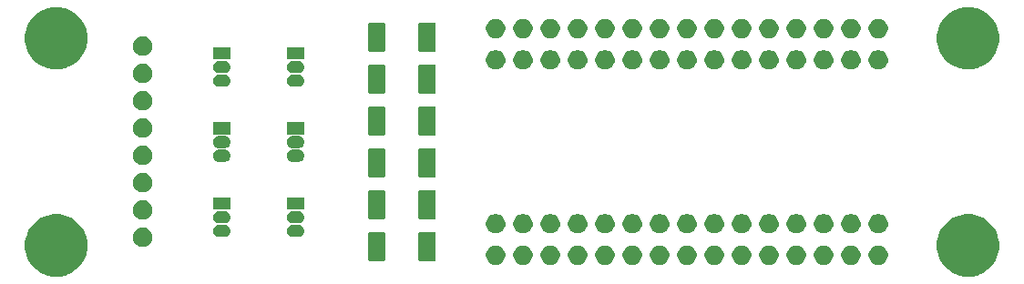
<source format=gbr>
G04 #@! TF.GenerationSoftware,KiCad,Pcbnew,5.1.5+dfsg1-2build2*
G04 #@! TF.CreationDate,2020-05-12T21:17:34+02:00*
G04 #@! TF.ProjectId,attach_hexa,61747461-6368-45f6-9865-78612e6b6963,rev?*
G04 #@! TF.SameCoordinates,Original*
G04 #@! TF.FileFunction,Soldermask,Top*
G04 #@! TF.FilePolarity,Negative*
%FSLAX46Y46*%
G04 Gerber Fmt 4.6, Leading zero omitted, Abs format (unit mm)*
G04 Created by KiCad (PCBNEW 5.1.5+dfsg1-2build2) date 2020-05-12 21:17:34*
%MOMM*%
%LPD*%
G04 APERTURE LIST*
%ADD10C,0.100000*%
G04 APERTURE END LIST*
D10*
G36*
X221322189Y-84952483D02*
G01*
X221322192Y-84952484D01*
X221322191Y-84952484D01*
X221850139Y-85171167D01*
X222325280Y-85488646D01*
X222729354Y-85892720D01*
X223046833Y-86367861D01*
X223191529Y-86717188D01*
X223265517Y-86895811D01*
X223377000Y-87456274D01*
X223377000Y-88027726D01*
X223265517Y-88588189D01*
X223265516Y-88588191D01*
X223046833Y-89116139D01*
X222729354Y-89591280D01*
X222325280Y-89995354D01*
X221850139Y-90312833D01*
X221476822Y-90467466D01*
X221322189Y-90531517D01*
X220761726Y-90643000D01*
X220190274Y-90643000D01*
X219629811Y-90531517D01*
X219475178Y-90467466D01*
X219101861Y-90312833D01*
X218626720Y-89995354D01*
X218222646Y-89591280D01*
X217905167Y-89116139D01*
X217686484Y-88588191D01*
X217686483Y-88588189D01*
X217575000Y-88027726D01*
X217575000Y-87456274D01*
X217686483Y-86895811D01*
X217760471Y-86717188D01*
X217905167Y-86367861D01*
X218222646Y-85892720D01*
X218626720Y-85488646D01*
X219101861Y-85171167D01*
X219629809Y-84952484D01*
X219629808Y-84952484D01*
X219629811Y-84952483D01*
X220190274Y-84841000D01*
X220761726Y-84841000D01*
X221322189Y-84952483D01*
G37*
G36*
X136580189Y-84952483D02*
G01*
X136580192Y-84952484D01*
X136580191Y-84952484D01*
X137108139Y-85171167D01*
X137583280Y-85488646D01*
X137987354Y-85892720D01*
X138304833Y-86367861D01*
X138449529Y-86717188D01*
X138523517Y-86895811D01*
X138635000Y-87456274D01*
X138635000Y-88027726D01*
X138523517Y-88588189D01*
X138523516Y-88588191D01*
X138304833Y-89116139D01*
X137987354Y-89591280D01*
X137583280Y-89995354D01*
X137108139Y-90312833D01*
X136734822Y-90467466D01*
X136580189Y-90531517D01*
X136019726Y-90643000D01*
X135448274Y-90643000D01*
X134887811Y-90531517D01*
X134733178Y-90467466D01*
X134359861Y-90312833D01*
X133884720Y-89995354D01*
X133480646Y-89591280D01*
X133163167Y-89116139D01*
X132944484Y-88588191D01*
X132944483Y-88588189D01*
X132833000Y-88027726D01*
X132833000Y-87456274D01*
X132944483Y-86895811D01*
X133018471Y-86717188D01*
X133163167Y-86367861D01*
X133480646Y-85892720D01*
X133884720Y-85488646D01*
X134359861Y-85171167D01*
X134887809Y-84952484D01*
X134887808Y-84952484D01*
X134887811Y-84952483D01*
X135448274Y-84841000D01*
X136019726Y-84841000D01*
X136580189Y-84952483D01*
G37*
G36*
X212313777Y-87762312D02*
G01*
X212400812Y-87779624D01*
X212564784Y-87847544D01*
X212712354Y-87946147D01*
X212837853Y-88071646D01*
X212936456Y-88219216D01*
X213004376Y-88383188D01*
X213039000Y-88557259D01*
X213039000Y-88734741D01*
X213004376Y-88908812D01*
X212936456Y-89072784D01*
X212837853Y-89220354D01*
X212712354Y-89345853D01*
X212564784Y-89444456D01*
X212400812Y-89512376D01*
X212313777Y-89529688D01*
X212226743Y-89547000D01*
X212049257Y-89547000D01*
X211962223Y-89529688D01*
X211875188Y-89512376D01*
X211711216Y-89444456D01*
X211563646Y-89345853D01*
X211438147Y-89220354D01*
X211339544Y-89072784D01*
X211271624Y-88908812D01*
X211237000Y-88734741D01*
X211237000Y-88557259D01*
X211271624Y-88383188D01*
X211339544Y-88219216D01*
X211438147Y-88071646D01*
X211563646Y-87946147D01*
X211711216Y-87847544D01*
X211875188Y-87779624D01*
X211962224Y-87762312D01*
X212049257Y-87745000D01*
X212226743Y-87745000D01*
X212313777Y-87762312D01*
G37*
G36*
X204693777Y-87762312D02*
G01*
X204780812Y-87779624D01*
X204944784Y-87847544D01*
X205092354Y-87946147D01*
X205217853Y-88071646D01*
X205316456Y-88219216D01*
X205384376Y-88383188D01*
X205419000Y-88557259D01*
X205419000Y-88734741D01*
X205384376Y-88908812D01*
X205316456Y-89072784D01*
X205217853Y-89220354D01*
X205092354Y-89345853D01*
X204944784Y-89444456D01*
X204780812Y-89512376D01*
X204693777Y-89529688D01*
X204606743Y-89547000D01*
X204429257Y-89547000D01*
X204342223Y-89529688D01*
X204255188Y-89512376D01*
X204091216Y-89444456D01*
X203943646Y-89345853D01*
X203818147Y-89220354D01*
X203719544Y-89072784D01*
X203651624Y-88908812D01*
X203617000Y-88734741D01*
X203617000Y-88557259D01*
X203651624Y-88383188D01*
X203719544Y-88219216D01*
X203818147Y-88071646D01*
X203943646Y-87946147D01*
X204091216Y-87847544D01*
X204255188Y-87779624D01*
X204342224Y-87762312D01*
X204429257Y-87745000D01*
X204606743Y-87745000D01*
X204693777Y-87762312D01*
G37*
G36*
X179293777Y-87762312D02*
G01*
X179380812Y-87779624D01*
X179544784Y-87847544D01*
X179692354Y-87946147D01*
X179817853Y-88071646D01*
X179916456Y-88219216D01*
X179984376Y-88383188D01*
X180019000Y-88557259D01*
X180019000Y-88734741D01*
X179984376Y-88908812D01*
X179916456Y-89072784D01*
X179817853Y-89220354D01*
X179692354Y-89345853D01*
X179544784Y-89444456D01*
X179380812Y-89512376D01*
X179293777Y-89529688D01*
X179206743Y-89547000D01*
X179029257Y-89547000D01*
X178942223Y-89529688D01*
X178855188Y-89512376D01*
X178691216Y-89444456D01*
X178543646Y-89345853D01*
X178418147Y-89220354D01*
X178319544Y-89072784D01*
X178251624Y-88908812D01*
X178217000Y-88734741D01*
X178217000Y-88557259D01*
X178251624Y-88383188D01*
X178319544Y-88219216D01*
X178418147Y-88071646D01*
X178543646Y-87946147D01*
X178691216Y-87847544D01*
X178855188Y-87779624D01*
X178942224Y-87762312D01*
X179029257Y-87745000D01*
X179206743Y-87745000D01*
X179293777Y-87762312D01*
G37*
G36*
X176753777Y-87762312D02*
G01*
X176840812Y-87779624D01*
X177004784Y-87847544D01*
X177152354Y-87946147D01*
X177277853Y-88071646D01*
X177376456Y-88219216D01*
X177444376Y-88383188D01*
X177479000Y-88557259D01*
X177479000Y-88734741D01*
X177444376Y-88908812D01*
X177376456Y-89072784D01*
X177277853Y-89220354D01*
X177152354Y-89345853D01*
X177004784Y-89444456D01*
X176840812Y-89512376D01*
X176753777Y-89529688D01*
X176666743Y-89547000D01*
X176489257Y-89547000D01*
X176402223Y-89529688D01*
X176315188Y-89512376D01*
X176151216Y-89444456D01*
X176003646Y-89345853D01*
X175878147Y-89220354D01*
X175779544Y-89072784D01*
X175711624Y-88908812D01*
X175677000Y-88734741D01*
X175677000Y-88557259D01*
X175711624Y-88383188D01*
X175779544Y-88219216D01*
X175878147Y-88071646D01*
X176003646Y-87946147D01*
X176151216Y-87847544D01*
X176315188Y-87779624D01*
X176402224Y-87762312D01*
X176489257Y-87745000D01*
X176666743Y-87745000D01*
X176753777Y-87762312D01*
G37*
G36*
X181833777Y-87762312D02*
G01*
X181920812Y-87779624D01*
X182084784Y-87847544D01*
X182232354Y-87946147D01*
X182357853Y-88071646D01*
X182456456Y-88219216D01*
X182524376Y-88383188D01*
X182559000Y-88557259D01*
X182559000Y-88734741D01*
X182524376Y-88908812D01*
X182456456Y-89072784D01*
X182357853Y-89220354D01*
X182232354Y-89345853D01*
X182084784Y-89444456D01*
X181920812Y-89512376D01*
X181833777Y-89529688D01*
X181746743Y-89547000D01*
X181569257Y-89547000D01*
X181482223Y-89529688D01*
X181395188Y-89512376D01*
X181231216Y-89444456D01*
X181083646Y-89345853D01*
X180958147Y-89220354D01*
X180859544Y-89072784D01*
X180791624Y-88908812D01*
X180757000Y-88734741D01*
X180757000Y-88557259D01*
X180791624Y-88383188D01*
X180859544Y-88219216D01*
X180958147Y-88071646D01*
X181083646Y-87946147D01*
X181231216Y-87847544D01*
X181395188Y-87779624D01*
X181482224Y-87762312D01*
X181569257Y-87745000D01*
X181746743Y-87745000D01*
X181833777Y-87762312D01*
G37*
G36*
X184373777Y-87762312D02*
G01*
X184460812Y-87779624D01*
X184624784Y-87847544D01*
X184772354Y-87946147D01*
X184897853Y-88071646D01*
X184996456Y-88219216D01*
X185064376Y-88383188D01*
X185099000Y-88557259D01*
X185099000Y-88734741D01*
X185064376Y-88908812D01*
X184996456Y-89072784D01*
X184897853Y-89220354D01*
X184772354Y-89345853D01*
X184624784Y-89444456D01*
X184460812Y-89512376D01*
X184373777Y-89529688D01*
X184286743Y-89547000D01*
X184109257Y-89547000D01*
X184022223Y-89529688D01*
X183935188Y-89512376D01*
X183771216Y-89444456D01*
X183623646Y-89345853D01*
X183498147Y-89220354D01*
X183399544Y-89072784D01*
X183331624Y-88908812D01*
X183297000Y-88734741D01*
X183297000Y-88557259D01*
X183331624Y-88383188D01*
X183399544Y-88219216D01*
X183498147Y-88071646D01*
X183623646Y-87946147D01*
X183771216Y-87847544D01*
X183935188Y-87779624D01*
X184022224Y-87762312D01*
X184109257Y-87745000D01*
X184286743Y-87745000D01*
X184373777Y-87762312D01*
G37*
G36*
X209773777Y-87762312D02*
G01*
X209860812Y-87779624D01*
X210024784Y-87847544D01*
X210172354Y-87946147D01*
X210297853Y-88071646D01*
X210396456Y-88219216D01*
X210464376Y-88383188D01*
X210499000Y-88557259D01*
X210499000Y-88734741D01*
X210464376Y-88908812D01*
X210396456Y-89072784D01*
X210297853Y-89220354D01*
X210172354Y-89345853D01*
X210024784Y-89444456D01*
X209860812Y-89512376D01*
X209773777Y-89529688D01*
X209686743Y-89547000D01*
X209509257Y-89547000D01*
X209422223Y-89529688D01*
X209335188Y-89512376D01*
X209171216Y-89444456D01*
X209023646Y-89345853D01*
X208898147Y-89220354D01*
X208799544Y-89072784D01*
X208731624Y-88908812D01*
X208697000Y-88734741D01*
X208697000Y-88557259D01*
X208731624Y-88383188D01*
X208799544Y-88219216D01*
X208898147Y-88071646D01*
X209023646Y-87946147D01*
X209171216Y-87847544D01*
X209335188Y-87779624D01*
X209422224Y-87762312D01*
X209509257Y-87745000D01*
X209686743Y-87745000D01*
X209773777Y-87762312D01*
G37*
G36*
X207233777Y-87762312D02*
G01*
X207320812Y-87779624D01*
X207484784Y-87847544D01*
X207632354Y-87946147D01*
X207757853Y-88071646D01*
X207856456Y-88219216D01*
X207924376Y-88383188D01*
X207959000Y-88557259D01*
X207959000Y-88734741D01*
X207924376Y-88908812D01*
X207856456Y-89072784D01*
X207757853Y-89220354D01*
X207632354Y-89345853D01*
X207484784Y-89444456D01*
X207320812Y-89512376D01*
X207233777Y-89529688D01*
X207146743Y-89547000D01*
X206969257Y-89547000D01*
X206882223Y-89529688D01*
X206795188Y-89512376D01*
X206631216Y-89444456D01*
X206483646Y-89345853D01*
X206358147Y-89220354D01*
X206259544Y-89072784D01*
X206191624Y-88908812D01*
X206157000Y-88734741D01*
X206157000Y-88557259D01*
X206191624Y-88383188D01*
X206259544Y-88219216D01*
X206358147Y-88071646D01*
X206483646Y-87946147D01*
X206631216Y-87847544D01*
X206795188Y-87779624D01*
X206882224Y-87762312D01*
X206969257Y-87745000D01*
X207146743Y-87745000D01*
X207233777Y-87762312D01*
G37*
G36*
X199613777Y-87762312D02*
G01*
X199700812Y-87779624D01*
X199864784Y-87847544D01*
X200012354Y-87946147D01*
X200137853Y-88071646D01*
X200236456Y-88219216D01*
X200304376Y-88383188D01*
X200339000Y-88557259D01*
X200339000Y-88734741D01*
X200304376Y-88908812D01*
X200236456Y-89072784D01*
X200137853Y-89220354D01*
X200012354Y-89345853D01*
X199864784Y-89444456D01*
X199700812Y-89512376D01*
X199613777Y-89529688D01*
X199526743Y-89547000D01*
X199349257Y-89547000D01*
X199262223Y-89529688D01*
X199175188Y-89512376D01*
X199011216Y-89444456D01*
X198863646Y-89345853D01*
X198738147Y-89220354D01*
X198639544Y-89072784D01*
X198571624Y-88908812D01*
X198537000Y-88734741D01*
X198537000Y-88557259D01*
X198571624Y-88383188D01*
X198639544Y-88219216D01*
X198738147Y-88071646D01*
X198863646Y-87946147D01*
X199011216Y-87847544D01*
X199175188Y-87779624D01*
X199262224Y-87762312D01*
X199349257Y-87745000D01*
X199526743Y-87745000D01*
X199613777Y-87762312D01*
G37*
G36*
X197073777Y-87762312D02*
G01*
X197160812Y-87779624D01*
X197324784Y-87847544D01*
X197472354Y-87946147D01*
X197597853Y-88071646D01*
X197696456Y-88219216D01*
X197764376Y-88383188D01*
X197799000Y-88557259D01*
X197799000Y-88734741D01*
X197764376Y-88908812D01*
X197696456Y-89072784D01*
X197597853Y-89220354D01*
X197472354Y-89345853D01*
X197324784Y-89444456D01*
X197160812Y-89512376D01*
X197073777Y-89529688D01*
X196986743Y-89547000D01*
X196809257Y-89547000D01*
X196722223Y-89529688D01*
X196635188Y-89512376D01*
X196471216Y-89444456D01*
X196323646Y-89345853D01*
X196198147Y-89220354D01*
X196099544Y-89072784D01*
X196031624Y-88908812D01*
X195997000Y-88734741D01*
X195997000Y-88557259D01*
X196031624Y-88383188D01*
X196099544Y-88219216D01*
X196198147Y-88071646D01*
X196323646Y-87946147D01*
X196471216Y-87847544D01*
X196635188Y-87779624D01*
X196722224Y-87762312D01*
X196809257Y-87745000D01*
X196986743Y-87745000D01*
X197073777Y-87762312D01*
G37*
G36*
X194533777Y-87762312D02*
G01*
X194620812Y-87779624D01*
X194784784Y-87847544D01*
X194932354Y-87946147D01*
X195057853Y-88071646D01*
X195156456Y-88219216D01*
X195224376Y-88383188D01*
X195259000Y-88557259D01*
X195259000Y-88734741D01*
X195224376Y-88908812D01*
X195156456Y-89072784D01*
X195057853Y-89220354D01*
X194932354Y-89345853D01*
X194784784Y-89444456D01*
X194620812Y-89512376D01*
X194533777Y-89529688D01*
X194446743Y-89547000D01*
X194269257Y-89547000D01*
X194182223Y-89529688D01*
X194095188Y-89512376D01*
X193931216Y-89444456D01*
X193783646Y-89345853D01*
X193658147Y-89220354D01*
X193559544Y-89072784D01*
X193491624Y-88908812D01*
X193457000Y-88734741D01*
X193457000Y-88557259D01*
X193491624Y-88383188D01*
X193559544Y-88219216D01*
X193658147Y-88071646D01*
X193783646Y-87946147D01*
X193931216Y-87847544D01*
X194095188Y-87779624D01*
X194182224Y-87762312D01*
X194269257Y-87745000D01*
X194446743Y-87745000D01*
X194533777Y-87762312D01*
G37*
G36*
X191993777Y-87762312D02*
G01*
X192080812Y-87779624D01*
X192244784Y-87847544D01*
X192392354Y-87946147D01*
X192517853Y-88071646D01*
X192616456Y-88219216D01*
X192684376Y-88383188D01*
X192719000Y-88557259D01*
X192719000Y-88734741D01*
X192684376Y-88908812D01*
X192616456Y-89072784D01*
X192517853Y-89220354D01*
X192392354Y-89345853D01*
X192244784Y-89444456D01*
X192080812Y-89512376D01*
X191993777Y-89529688D01*
X191906743Y-89547000D01*
X191729257Y-89547000D01*
X191642223Y-89529688D01*
X191555188Y-89512376D01*
X191391216Y-89444456D01*
X191243646Y-89345853D01*
X191118147Y-89220354D01*
X191019544Y-89072784D01*
X190951624Y-88908812D01*
X190917000Y-88734741D01*
X190917000Y-88557259D01*
X190951624Y-88383188D01*
X191019544Y-88219216D01*
X191118147Y-88071646D01*
X191243646Y-87946147D01*
X191391216Y-87847544D01*
X191555188Y-87779624D01*
X191642224Y-87762312D01*
X191729257Y-87745000D01*
X191906743Y-87745000D01*
X191993777Y-87762312D01*
G37*
G36*
X189453777Y-87762312D02*
G01*
X189540812Y-87779624D01*
X189704784Y-87847544D01*
X189852354Y-87946147D01*
X189977853Y-88071646D01*
X190076456Y-88219216D01*
X190144376Y-88383188D01*
X190179000Y-88557259D01*
X190179000Y-88734741D01*
X190144376Y-88908812D01*
X190076456Y-89072784D01*
X189977853Y-89220354D01*
X189852354Y-89345853D01*
X189704784Y-89444456D01*
X189540812Y-89512376D01*
X189453777Y-89529688D01*
X189366743Y-89547000D01*
X189189257Y-89547000D01*
X189102223Y-89529688D01*
X189015188Y-89512376D01*
X188851216Y-89444456D01*
X188703646Y-89345853D01*
X188578147Y-89220354D01*
X188479544Y-89072784D01*
X188411624Y-88908812D01*
X188377000Y-88734741D01*
X188377000Y-88557259D01*
X188411624Y-88383188D01*
X188479544Y-88219216D01*
X188578147Y-88071646D01*
X188703646Y-87946147D01*
X188851216Y-87847544D01*
X189015188Y-87779624D01*
X189102224Y-87762312D01*
X189189257Y-87745000D01*
X189366743Y-87745000D01*
X189453777Y-87762312D01*
G37*
G36*
X186913777Y-87762312D02*
G01*
X187000812Y-87779624D01*
X187164784Y-87847544D01*
X187312354Y-87946147D01*
X187437853Y-88071646D01*
X187536456Y-88219216D01*
X187604376Y-88383188D01*
X187639000Y-88557259D01*
X187639000Y-88734741D01*
X187604376Y-88908812D01*
X187536456Y-89072784D01*
X187437853Y-89220354D01*
X187312354Y-89345853D01*
X187164784Y-89444456D01*
X187000812Y-89512376D01*
X186913777Y-89529688D01*
X186826743Y-89547000D01*
X186649257Y-89547000D01*
X186562223Y-89529688D01*
X186475188Y-89512376D01*
X186311216Y-89444456D01*
X186163646Y-89345853D01*
X186038147Y-89220354D01*
X185939544Y-89072784D01*
X185871624Y-88908812D01*
X185837000Y-88734741D01*
X185837000Y-88557259D01*
X185871624Y-88383188D01*
X185939544Y-88219216D01*
X186038147Y-88071646D01*
X186163646Y-87946147D01*
X186311216Y-87847544D01*
X186475188Y-87779624D01*
X186562224Y-87762312D01*
X186649257Y-87745000D01*
X186826743Y-87745000D01*
X186913777Y-87762312D01*
G37*
G36*
X202153777Y-87762312D02*
G01*
X202240812Y-87779624D01*
X202404784Y-87847544D01*
X202552354Y-87946147D01*
X202677853Y-88071646D01*
X202776456Y-88219216D01*
X202844376Y-88383188D01*
X202879000Y-88557259D01*
X202879000Y-88734741D01*
X202844376Y-88908812D01*
X202776456Y-89072784D01*
X202677853Y-89220354D01*
X202552354Y-89345853D01*
X202404784Y-89444456D01*
X202240812Y-89512376D01*
X202153777Y-89529688D01*
X202066743Y-89547000D01*
X201889257Y-89547000D01*
X201802223Y-89529688D01*
X201715188Y-89512376D01*
X201551216Y-89444456D01*
X201403646Y-89345853D01*
X201278147Y-89220354D01*
X201179544Y-89072784D01*
X201111624Y-88908812D01*
X201077000Y-88734741D01*
X201077000Y-88557259D01*
X201111624Y-88383188D01*
X201179544Y-88219216D01*
X201278147Y-88071646D01*
X201403646Y-87946147D01*
X201551216Y-87847544D01*
X201715188Y-87779624D01*
X201802224Y-87762312D01*
X201889257Y-87745000D01*
X202066743Y-87745000D01*
X202153777Y-87762312D01*
G37*
G36*
X170835913Y-86468798D02*
G01*
X170880871Y-86482435D01*
X170922302Y-86504581D01*
X170958616Y-86534384D01*
X170988419Y-86570698D01*
X171010565Y-86612129D01*
X171024202Y-86657087D01*
X171029000Y-86705797D01*
X171029000Y-88974203D01*
X171024202Y-89022913D01*
X171010565Y-89067871D01*
X170988419Y-89109302D01*
X170958616Y-89145616D01*
X170922302Y-89175419D01*
X170880871Y-89197565D01*
X170835913Y-89211202D01*
X170787203Y-89216000D01*
X169643797Y-89216000D01*
X169595087Y-89211202D01*
X169550129Y-89197565D01*
X169508698Y-89175419D01*
X169472384Y-89145616D01*
X169442581Y-89109302D01*
X169420435Y-89067871D01*
X169406798Y-89022913D01*
X169402000Y-88974203D01*
X169402000Y-86705797D01*
X169406798Y-86657087D01*
X169420435Y-86612129D01*
X169442581Y-86570698D01*
X169472384Y-86534384D01*
X169508698Y-86504581D01*
X169550129Y-86482435D01*
X169595087Y-86468798D01*
X169643797Y-86464000D01*
X170787203Y-86464000D01*
X170835913Y-86468798D01*
G37*
G36*
X166160913Y-86468798D02*
G01*
X166205871Y-86482435D01*
X166247302Y-86504581D01*
X166283616Y-86534384D01*
X166313419Y-86570698D01*
X166335565Y-86612129D01*
X166349202Y-86657087D01*
X166354000Y-86705797D01*
X166354000Y-88974203D01*
X166349202Y-89022913D01*
X166335565Y-89067871D01*
X166313419Y-89109302D01*
X166283616Y-89145616D01*
X166247302Y-89175419D01*
X166205871Y-89197565D01*
X166160913Y-89211202D01*
X166112203Y-89216000D01*
X164968797Y-89216000D01*
X164920087Y-89211202D01*
X164875129Y-89197565D01*
X164833698Y-89175419D01*
X164797384Y-89145616D01*
X164767581Y-89109302D01*
X164745435Y-89067871D01*
X164731798Y-89022913D01*
X164727000Y-88974203D01*
X164727000Y-86705797D01*
X164731798Y-86657087D01*
X164745435Y-86612129D01*
X164767581Y-86570698D01*
X164797384Y-86534384D01*
X164833698Y-86504581D01*
X164875129Y-86482435D01*
X164920087Y-86468798D01*
X164968797Y-86464000D01*
X166112203Y-86464000D01*
X166160913Y-86468798D01*
G37*
G36*
X143947777Y-86096312D02*
G01*
X144034812Y-86113624D01*
X144198784Y-86181544D01*
X144346354Y-86280147D01*
X144471853Y-86405646D01*
X144570456Y-86553216D01*
X144638376Y-86717188D01*
X144673000Y-86891259D01*
X144673000Y-87068741D01*
X144638376Y-87242812D01*
X144570456Y-87406784D01*
X144471853Y-87554354D01*
X144346354Y-87679853D01*
X144198784Y-87778456D01*
X144034812Y-87846376D01*
X143947776Y-87863688D01*
X143860743Y-87881000D01*
X143683257Y-87881000D01*
X143596223Y-87863688D01*
X143509188Y-87846376D01*
X143345216Y-87778456D01*
X143197646Y-87679853D01*
X143072147Y-87554354D01*
X142973544Y-87406784D01*
X142905624Y-87242812D01*
X142871000Y-87068741D01*
X142871000Y-86891259D01*
X142905624Y-86717188D01*
X142973544Y-86553216D01*
X143072147Y-86405646D01*
X143197646Y-86280147D01*
X143345216Y-86181544D01*
X143509188Y-86113624D01*
X143596224Y-86096312D01*
X143683257Y-86079000D01*
X143860743Y-86079000D01*
X143947777Y-86096312D01*
G37*
G36*
X158325916Y-85792334D02*
G01*
X158434492Y-85825271D01*
X158534557Y-85878756D01*
X158622264Y-85950736D01*
X158694244Y-86038443D01*
X158747729Y-86138508D01*
X158780666Y-86247084D01*
X158791787Y-86360000D01*
X158780666Y-86472916D01*
X158747729Y-86581492D01*
X158694244Y-86681557D01*
X158622264Y-86769264D01*
X158534557Y-86841244D01*
X158434492Y-86894729D01*
X158325916Y-86927666D01*
X158241298Y-86936000D01*
X157734702Y-86936000D01*
X157650084Y-86927666D01*
X157541508Y-86894729D01*
X157441443Y-86841244D01*
X157353736Y-86769264D01*
X157281756Y-86681557D01*
X157228271Y-86581492D01*
X157195334Y-86472916D01*
X157184213Y-86360000D01*
X157195334Y-86247084D01*
X157228271Y-86138508D01*
X157281756Y-86038443D01*
X157353736Y-85950736D01*
X157441443Y-85878756D01*
X157541508Y-85825271D01*
X157650084Y-85792334D01*
X157734702Y-85784000D01*
X158241298Y-85784000D01*
X158325916Y-85792334D01*
G37*
G36*
X151467916Y-85792334D02*
G01*
X151576492Y-85825271D01*
X151676557Y-85878756D01*
X151764264Y-85950736D01*
X151836244Y-86038443D01*
X151889729Y-86138508D01*
X151922666Y-86247084D01*
X151933787Y-86360000D01*
X151922666Y-86472916D01*
X151889729Y-86581492D01*
X151836244Y-86681557D01*
X151764264Y-86769264D01*
X151676557Y-86841244D01*
X151576492Y-86894729D01*
X151467916Y-86927666D01*
X151383298Y-86936000D01*
X150876702Y-86936000D01*
X150792084Y-86927666D01*
X150683508Y-86894729D01*
X150583443Y-86841244D01*
X150495736Y-86769264D01*
X150423756Y-86681557D01*
X150370271Y-86581492D01*
X150337334Y-86472916D01*
X150326213Y-86360000D01*
X150337334Y-86247084D01*
X150370271Y-86138508D01*
X150423756Y-86038443D01*
X150495736Y-85950736D01*
X150583443Y-85878756D01*
X150683508Y-85825271D01*
X150792084Y-85792334D01*
X150876702Y-85784000D01*
X151383298Y-85784000D01*
X151467916Y-85792334D01*
G37*
G36*
X189453777Y-84831312D02*
G01*
X189540812Y-84848624D01*
X189704784Y-84916544D01*
X189852354Y-85015147D01*
X189977853Y-85140646D01*
X190076456Y-85288216D01*
X190144376Y-85452188D01*
X190153740Y-85499264D01*
X190179000Y-85626257D01*
X190179000Y-85803743D01*
X190164079Y-85878756D01*
X190144376Y-85977812D01*
X190076456Y-86141784D01*
X189977853Y-86289354D01*
X189852354Y-86414853D01*
X189704784Y-86513456D01*
X189540812Y-86581376D01*
X189453777Y-86598688D01*
X189366743Y-86616000D01*
X189189257Y-86616000D01*
X189102224Y-86598688D01*
X189015188Y-86581376D01*
X188851216Y-86513456D01*
X188703646Y-86414853D01*
X188578147Y-86289354D01*
X188479544Y-86141784D01*
X188411624Y-85977812D01*
X188391921Y-85878756D01*
X188377000Y-85803743D01*
X188377000Y-85626257D01*
X188402260Y-85499264D01*
X188411624Y-85452188D01*
X188479544Y-85288216D01*
X188578147Y-85140646D01*
X188703646Y-85015147D01*
X188851216Y-84916544D01*
X189015188Y-84848624D01*
X189102223Y-84831312D01*
X189189257Y-84814000D01*
X189366743Y-84814000D01*
X189453777Y-84831312D01*
G37*
G36*
X194533777Y-84831312D02*
G01*
X194620812Y-84848624D01*
X194784784Y-84916544D01*
X194932354Y-85015147D01*
X195057853Y-85140646D01*
X195156456Y-85288216D01*
X195224376Y-85452188D01*
X195233740Y-85499264D01*
X195259000Y-85626257D01*
X195259000Y-85803743D01*
X195244079Y-85878756D01*
X195224376Y-85977812D01*
X195156456Y-86141784D01*
X195057853Y-86289354D01*
X194932354Y-86414853D01*
X194784784Y-86513456D01*
X194620812Y-86581376D01*
X194533777Y-86598688D01*
X194446743Y-86616000D01*
X194269257Y-86616000D01*
X194182224Y-86598688D01*
X194095188Y-86581376D01*
X193931216Y-86513456D01*
X193783646Y-86414853D01*
X193658147Y-86289354D01*
X193559544Y-86141784D01*
X193491624Y-85977812D01*
X193471921Y-85878756D01*
X193457000Y-85803743D01*
X193457000Y-85626257D01*
X193482260Y-85499264D01*
X193491624Y-85452188D01*
X193559544Y-85288216D01*
X193658147Y-85140646D01*
X193783646Y-85015147D01*
X193931216Y-84916544D01*
X194095188Y-84848624D01*
X194182223Y-84831312D01*
X194269257Y-84814000D01*
X194446743Y-84814000D01*
X194533777Y-84831312D01*
G37*
G36*
X197073777Y-84831312D02*
G01*
X197160812Y-84848624D01*
X197324784Y-84916544D01*
X197472354Y-85015147D01*
X197597853Y-85140646D01*
X197696456Y-85288216D01*
X197764376Y-85452188D01*
X197773740Y-85499264D01*
X197799000Y-85626257D01*
X197799000Y-85803743D01*
X197784079Y-85878756D01*
X197764376Y-85977812D01*
X197696456Y-86141784D01*
X197597853Y-86289354D01*
X197472354Y-86414853D01*
X197324784Y-86513456D01*
X197160812Y-86581376D01*
X197073777Y-86598688D01*
X196986743Y-86616000D01*
X196809257Y-86616000D01*
X196722224Y-86598688D01*
X196635188Y-86581376D01*
X196471216Y-86513456D01*
X196323646Y-86414853D01*
X196198147Y-86289354D01*
X196099544Y-86141784D01*
X196031624Y-85977812D01*
X196011921Y-85878756D01*
X195997000Y-85803743D01*
X195997000Y-85626257D01*
X196022260Y-85499264D01*
X196031624Y-85452188D01*
X196099544Y-85288216D01*
X196198147Y-85140646D01*
X196323646Y-85015147D01*
X196471216Y-84916544D01*
X196635188Y-84848624D01*
X196722223Y-84831312D01*
X196809257Y-84814000D01*
X196986743Y-84814000D01*
X197073777Y-84831312D01*
G37*
G36*
X199613777Y-84831312D02*
G01*
X199700812Y-84848624D01*
X199864784Y-84916544D01*
X200012354Y-85015147D01*
X200137853Y-85140646D01*
X200236456Y-85288216D01*
X200304376Y-85452188D01*
X200313740Y-85499264D01*
X200339000Y-85626257D01*
X200339000Y-85803743D01*
X200324079Y-85878756D01*
X200304376Y-85977812D01*
X200236456Y-86141784D01*
X200137853Y-86289354D01*
X200012354Y-86414853D01*
X199864784Y-86513456D01*
X199700812Y-86581376D01*
X199613777Y-86598688D01*
X199526743Y-86616000D01*
X199349257Y-86616000D01*
X199262224Y-86598688D01*
X199175188Y-86581376D01*
X199011216Y-86513456D01*
X198863646Y-86414853D01*
X198738147Y-86289354D01*
X198639544Y-86141784D01*
X198571624Y-85977812D01*
X198551921Y-85878756D01*
X198537000Y-85803743D01*
X198537000Y-85626257D01*
X198562260Y-85499264D01*
X198571624Y-85452188D01*
X198639544Y-85288216D01*
X198738147Y-85140646D01*
X198863646Y-85015147D01*
X199011216Y-84916544D01*
X199175188Y-84848624D01*
X199262223Y-84831312D01*
X199349257Y-84814000D01*
X199526743Y-84814000D01*
X199613777Y-84831312D01*
G37*
G36*
X184373777Y-84831312D02*
G01*
X184460812Y-84848624D01*
X184624784Y-84916544D01*
X184772354Y-85015147D01*
X184897853Y-85140646D01*
X184996456Y-85288216D01*
X185064376Y-85452188D01*
X185073740Y-85499264D01*
X185099000Y-85626257D01*
X185099000Y-85803743D01*
X185084079Y-85878756D01*
X185064376Y-85977812D01*
X184996456Y-86141784D01*
X184897853Y-86289354D01*
X184772354Y-86414853D01*
X184624784Y-86513456D01*
X184460812Y-86581376D01*
X184373777Y-86598688D01*
X184286743Y-86616000D01*
X184109257Y-86616000D01*
X184022224Y-86598688D01*
X183935188Y-86581376D01*
X183771216Y-86513456D01*
X183623646Y-86414853D01*
X183498147Y-86289354D01*
X183399544Y-86141784D01*
X183331624Y-85977812D01*
X183311921Y-85878756D01*
X183297000Y-85803743D01*
X183297000Y-85626257D01*
X183322260Y-85499264D01*
X183331624Y-85452188D01*
X183399544Y-85288216D01*
X183498147Y-85140646D01*
X183623646Y-85015147D01*
X183771216Y-84916544D01*
X183935188Y-84848624D01*
X184022223Y-84831312D01*
X184109257Y-84814000D01*
X184286743Y-84814000D01*
X184373777Y-84831312D01*
G37*
G36*
X202153777Y-84831312D02*
G01*
X202240812Y-84848624D01*
X202404784Y-84916544D01*
X202552354Y-85015147D01*
X202677853Y-85140646D01*
X202776456Y-85288216D01*
X202844376Y-85452188D01*
X202853740Y-85499264D01*
X202879000Y-85626257D01*
X202879000Y-85803743D01*
X202864079Y-85878756D01*
X202844376Y-85977812D01*
X202776456Y-86141784D01*
X202677853Y-86289354D01*
X202552354Y-86414853D01*
X202404784Y-86513456D01*
X202240812Y-86581376D01*
X202153777Y-86598688D01*
X202066743Y-86616000D01*
X201889257Y-86616000D01*
X201802224Y-86598688D01*
X201715188Y-86581376D01*
X201551216Y-86513456D01*
X201403646Y-86414853D01*
X201278147Y-86289354D01*
X201179544Y-86141784D01*
X201111624Y-85977812D01*
X201091921Y-85878756D01*
X201077000Y-85803743D01*
X201077000Y-85626257D01*
X201102260Y-85499264D01*
X201111624Y-85452188D01*
X201179544Y-85288216D01*
X201278147Y-85140646D01*
X201403646Y-85015147D01*
X201551216Y-84916544D01*
X201715188Y-84848624D01*
X201802223Y-84831312D01*
X201889257Y-84814000D01*
X202066743Y-84814000D01*
X202153777Y-84831312D01*
G37*
G36*
X207233777Y-84831312D02*
G01*
X207320812Y-84848624D01*
X207484784Y-84916544D01*
X207632354Y-85015147D01*
X207757853Y-85140646D01*
X207856456Y-85288216D01*
X207924376Y-85452188D01*
X207933740Y-85499264D01*
X207959000Y-85626257D01*
X207959000Y-85803743D01*
X207944079Y-85878756D01*
X207924376Y-85977812D01*
X207856456Y-86141784D01*
X207757853Y-86289354D01*
X207632354Y-86414853D01*
X207484784Y-86513456D01*
X207320812Y-86581376D01*
X207233777Y-86598688D01*
X207146743Y-86616000D01*
X206969257Y-86616000D01*
X206882224Y-86598688D01*
X206795188Y-86581376D01*
X206631216Y-86513456D01*
X206483646Y-86414853D01*
X206358147Y-86289354D01*
X206259544Y-86141784D01*
X206191624Y-85977812D01*
X206171921Y-85878756D01*
X206157000Y-85803743D01*
X206157000Y-85626257D01*
X206182260Y-85499264D01*
X206191624Y-85452188D01*
X206259544Y-85288216D01*
X206358147Y-85140646D01*
X206483646Y-85015147D01*
X206631216Y-84916544D01*
X206795188Y-84848624D01*
X206882223Y-84831312D01*
X206969257Y-84814000D01*
X207146743Y-84814000D01*
X207233777Y-84831312D01*
G37*
G36*
X209773777Y-84831312D02*
G01*
X209860812Y-84848624D01*
X210024784Y-84916544D01*
X210172354Y-85015147D01*
X210297853Y-85140646D01*
X210396456Y-85288216D01*
X210464376Y-85452188D01*
X210473740Y-85499264D01*
X210499000Y-85626257D01*
X210499000Y-85803743D01*
X210484079Y-85878756D01*
X210464376Y-85977812D01*
X210396456Y-86141784D01*
X210297853Y-86289354D01*
X210172354Y-86414853D01*
X210024784Y-86513456D01*
X209860812Y-86581376D01*
X209773777Y-86598688D01*
X209686743Y-86616000D01*
X209509257Y-86616000D01*
X209422224Y-86598688D01*
X209335188Y-86581376D01*
X209171216Y-86513456D01*
X209023646Y-86414853D01*
X208898147Y-86289354D01*
X208799544Y-86141784D01*
X208731624Y-85977812D01*
X208711921Y-85878756D01*
X208697000Y-85803743D01*
X208697000Y-85626257D01*
X208722260Y-85499264D01*
X208731624Y-85452188D01*
X208799544Y-85288216D01*
X208898147Y-85140646D01*
X209023646Y-85015147D01*
X209171216Y-84916544D01*
X209335188Y-84848624D01*
X209422223Y-84831312D01*
X209509257Y-84814000D01*
X209686743Y-84814000D01*
X209773777Y-84831312D01*
G37*
G36*
X191993777Y-84831312D02*
G01*
X192080812Y-84848624D01*
X192244784Y-84916544D01*
X192392354Y-85015147D01*
X192517853Y-85140646D01*
X192616456Y-85288216D01*
X192684376Y-85452188D01*
X192693740Y-85499264D01*
X192719000Y-85626257D01*
X192719000Y-85803743D01*
X192704079Y-85878756D01*
X192684376Y-85977812D01*
X192616456Y-86141784D01*
X192517853Y-86289354D01*
X192392354Y-86414853D01*
X192244784Y-86513456D01*
X192080812Y-86581376D01*
X191993777Y-86598688D01*
X191906743Y-86616000D01*
X191729257Y-86616000D01*
X191642224Y-86598688D01*
X191555188Y-86581376D01*
X191391216Y-86513456D01*
X191243646Y-86414853D01*
X191118147Y-86289354D01*
X191019544Y-86141784D01*
X190951624Y-85977812D01*
X190931921Y-85878756D01*
X190917000Y-85803743D01*
X190917000Y-85626257D01*
X190942260Y-85499264D01*
X190951624Y-85452188D01*
X191019544Y-85288216D01*
X191118147Y-85140646D01*
X191243646Y-85015147D01*
X191391216Y-84916544D01*
X191555188Y-84848624D01*
X191642223Y-84831312D01*
X191729257Y-84814000D01*
X191906743Y-84814000D01*
X191993777Y-84831312D01*
G37*
G36*
X186913777Y-84831312D02*
G01*
X187000812Y-84848624D01*
X187164784Y-84916544D01*
X187312354Y-85015147D01*
X187437853Y-85140646D01*
X187536456Y-85288216D01*
X187604376Y-85452188D01*
X187613740Y-85499264D01*
X187639000Y-85626257D01*
X187639000Y-85803743D01*
X187624079Y-85878756D01*
X187604376Y-85977812D01*
X187536456Y-86141784D01*
X187437853Y-86289354D01*
X187312354Y-86414853D01*
X187164784Y-86513456D01*
X187000812Y-86581376D01*
X186913777Y-86598688D01*
X186826743Y-86616000D01*
X186649257Y-86616000D01*
X186562224Y-86598688D01*
X186475188Y-86581376D01*
X186311216Y-86513456D01*
X186163646Y-86414853D01*
X186038147Y-86289354D01*
X185939544Y-86141784D01*
X185871624Y-85977812D01*
X185851921Y-85878756D01*
X185837000Y-85803743D01*
X185837000Y-85626257D01*
X185862260Y-85499264D01*
X185871624Y-85452188D01*
X185939544Y-85288216D01*
X186038147Y-85140646D01*
X186163646Y-85015147D01*
X186311216Y-84916544D01*
X186475188Y-84848624D01*
X186562223Y-84831312D01*
X186649257Y-84814000D01*
X186826743Y-84814000D01*
X186913777Y-84831312D01*
G37*
G36*
X181833777Y-84831312D02*
G01*
X181920812Y-84848624D01*
X182084784Y-84916544D01*
X182232354Y-85015147D01*
X182357853Y-85140646D01*
X182456456Y-85288216D01*
X182524376Y-85452188D01*
X182533740Y-85499264D01*
X182559000Y-85626257D01*
X182559000Y-85803743D01*
X182544079Y-85878756D01*
X182524376Y-85977812D01*
X182456456Y-86141784D01*
X182357853Y-86289354D01*
X182232354Y-86414853D01*
X182084784Y-86513456D01*
X181920812Y-86581376D01*
X181833777Y-86598688D01*
X181746743Y-86616000D01*
X181569257Y-86616000D01*
X181482224Y-86598688D01*
X181395188Y-86581376D01*
X181231216Y-86513456D01*
X181083646Y-86414853D01*
X180958147Y-86289354D01*
X180859544Y-86141784D01*
X180791624Y-85977812D01*
X180771921Y-85878756D01*
X180757000Y-85803743D01*
X180757000Y-85626257D01*
X180782260Y-85499264D01*
X180791624Y-85452188D01*
X180859544Y-85288216D01*
X180958147Y-85140646D01*
X181083646Y-85015147D01*
X181231216Y-84916544D01*
X181395188Y-84848624D01*
X181482223Y-84831312D01*
X181569257Y-84814000D01*
X181746743Y-84814000D01*
X181833777Y-84831312D01*
G37*
G36*
X179293777Y-84831312D02*
G01*
X179380812Y-84848624D01*
X179544784Y-84916544D01*
X179692354Y-85015147D01*
X179817853Y-85140646D01*
X179916456Y-85288216D01*
X179984376Y-85452188D01*
X179993740Y-85499264D01*
X180019000Y-85626257D01*
X180019000Y-85803743D01*
X180004079Y-85878756D01*
X179984376Y-85977812D01*
X179916456Y-86141784D01*
X179817853Y-86289354D01*
X179692354Y-86414853D01*
X179544784Y-86513456D01*
X179380812Y-86581376D01*
X179293777Y-86598688D01*
X179206743Y-86616000D01*
X179029257Y-86616000D01*
X178942224Y-86598688D01*
X178855188Y-86581376D01*
X178691216Y-86513456D01*
X178543646Y-86414853D01*
X178418147Y-86289354D01*
X178319544Y-86141784D01*
X178251624Y-85977812D01*
X178231921Y-85878756D01*
X178217000Y-85803743D01*
X178217000Y-85626257D01*
X178242260Y-85499264D01*
X178251624Y-85452188D01*
X178319544Y-85288216D01*
X178418147Y-85140646D01*
X178543646Y-85015147D01*
X178691216Y-84916544D01*
X178855188Y-84848624D01*
X178942223Y-84831312D01*
X179029257Y-84814000D01*
X179206743Y-84814000D01*
X179293777Y-84831312D01*
G37*
G36*
X176753777Y-84831312D02*
G01*
X176840812Y-84848624D01*
X177004784Y-84916544D01*
X177152354Y-85015147D01*
X177277853Y-85140646D01*
X177376456Y-85288216D01*
X177444376Y-85452188D01*
X177453740Y-85499264D01*
X177479000Y-85626257D01*
X177479000Y-85803743D01*
X177464079Y-85878756D01*
X177444376Y-85977812D01*
X177376456Y-86141784D01*
X177277853Y-86289354D01*
X177152354Y-86414853D01*
X177004784Y-86513456D01*
X176840812Y-86581376D01*
X176753777Y-86598688D01*
X176666743Y-86616000D01*
X176489257Y-86616000D01*
X176402224Y-86598688D01*
X176315188Y-86581376D01*
X176151216Y-86513456D01*
X176003646Y-86414853D01*
X175878147Y-86289354D01*
X175779544Y-86141784D01*
X175711624Y-85977812D01*
X175691921Y-85878756D01*
X175677000Y-85803743D01*
X175677000Y-85626257D01*
X175702260Y-85499264D01*
X175711624Y-85452188D01*
X175779544Y-85288216D01*
X175878147Y-85140646D01*
X176003646Y-85015147D01*
X176151216Y-84916544D01*
X176315188Y-84848624D01*
X176402223Y-84831312D01*
X176489257Y-84814000D01*
X176666743Y-84814000D01*
X176753777Y-84831312D01*
G37*
G36*
X204693777Y-84831312D02*
G01*
X204780812Y-84848624D01*
X204944784Y-84916544D01*
X205092354Y-85015147D01*
X205217853Y-85140646D01*
X205316456Y-85288216D01*
X205384376Y-85452188D01*
X205393740Y-85499264D01*
X205419000Y-85626257D01*
X205419000Y-85803743D01*
X205404079Y-85878756D01*
X205384376Y-85977812D01*
X205316456Y-86141784D01*
X205217853Y-86289354D01*
X205092354Y-86414853D01*
X204944784Y-86513456D01*
X204780812Y-86581376D01*
X204693777Y-86598688D01*
X204606743Y-86616000D01*
X204429257Y-86616000D01*
X204342224Y-86598688D01*
X204255188Y-86581376D01*
X204091216Y-86513456D01*
X203943646Y-86414853D01*
X203818147Y-86289354D01*
X203719544Y-86141784D01*
X203651624Y-85977812D01*
X203631921Y-85878756D01*
X203617000Y-85803743D01*
X203617000Y-85626257D01*
X203642260Y-85499264D01*
X203651624Y-85452188D01*
X203719544Y-85288216D01*
X203818147Y-85140646D01*
X203943646Y-85015147D01*
X204091216Y-84916544D01*
X204255188Y-84848624D01*
X204342223Y-84831312D01*
X204429257Y-84814000D01*
X204606743Y-84814000D01*
X204693777Y-84831312D01*
G37*
G36*
X212313777Y-84831312D02*
G01*
X212400812Y-84848624D01*
X212564784Y-84916544D01*
X212712354Y-85015147D01*
X212837853Y-85140646D01*
X212936456Y-85288216D01*
X213004376Y-85452188D01*
X213013740Y-85499264D01*
X213039000Y-85626257D01*
X213039000Y-85803743D01*
X213024079Y-85878756D01*
X213004376Y-85977812D01*
X212936456Y-86141784D01*
X212837853Y-86289354D01*
X212712354Y-86414853D01*
X212564784Y-86513456D01*
X212400812Y-86581376D01*
X212313777Y-86598688D01*
X212226743Y-86616000D01*
X212049257Y-86616000D01*
X211962224Y-86598688D01*
X211875188Y-86581376D01*
X211711216Y-86513456D01*
X211563646Y-86414853D01*
X211438147Y-86289354D01*
X211339544Y-86141784D01*
X211271624Y-85977812D01*
X211251921Y-85878756D01*
X211237000Y-85803743D01*
X211237000Y-85626257D01*
X211262260Y-85499264D01*
X211271624Y-85452188D01*
X211339544Y-85288216D01*
X211438147Y-85140646D01*
X211563646Y-85015147D01*
X211711216Y-84916544D01*
X211875188Y-84848624D01*
X211962223Y-84831312D01*
X212049257Y-84814000D01*
X212226743Y-84814000D01*
X212313777Y-84831312D01*
G37*
G36*
X158325916Y-84522334D02*
G01*
X158434492Y-84555271D01*
X158534557Y-84608756D01*
X158622264Y-84680736D01*
X158694244Y-84768443D01*
X158747729Y-84868508D01*
X158780666Y-84977084D01*
X158791787Y-85090000D01*
X158780666Y-85202916D01*
X158747729Y-85311492D01*
X158694244Y-85411557D01*
X158622264Y-85499264D01*
X158534557Y-85571244D01*
X158434492Y-85624729D01*
X158325916Y-85657666D01*
X158241298Y-85666000D01*
X157734702Y-85666000D01*
X157650084Y-85657666D01*
X157541508Y-85624729D01*
X157441443Y-85571244D01*
X157353736Y-85499264D01*
X157281756Y-85411557D01*
X157228271Y-85311492D01*
X157195334Y-85202916D01*
X157184213Y-85090000D01*
X157195334Y-84977084D01*
X157228271Y-84868508D01*
X157281756Y-84768443D01*
X157353736Y-84680736D01*
X157441443Y-84608756D01*
X157541508Y-84555271D01*
X157650084Y-84522334D01*
X157734702Y-84514000D01*
X158241298Y-84514000D01*
X158325916Y-84522334D01*
G37*
G36*
X151467916Y-84522334D02*
G01*
X151576492Y-84555271D01*
X151676557Y-84608756D01*
X151764264Y-84680736D01*
X151836244Y-84768443D01*
X151889729Y-84868508D01*
X151922666Y-84977084D01*
X151933787Y-85090000D01*
X151922666Y-85202916D01*
X151889729Y-85311492D01*
X151836244Y-85411557D01*
X151764264Y-85499264D01*
X151676557Y-85571244D01*
X151576492Y-85624729D01*
X151467916Y-85657666D01*
X151383298Y-85666000D01*
X150876702Y-85666000D01*
X150792084Y-85657666D01*
X150683508Y-85624729D01*
X150583443Y-85571244D01*
X150495736Y-85499264D01*
X150423756Y-85411557D01*
X150370271Y-85311492D01*
X150337334Y-85202916D01*
X150326213Y-85090000D01*
X150337334Y-84977084D01*
X150370271Y-84868508D01*
X150423756Y-84768443D01*
X150495736Y-84680736D01*
X150583443Y-84608756D01*
X150683508Y-84555271D01*
X150792084Y-84522334D01*
X150876702Y-84514000D01*
X151383298Y-84514000D01*
X151467916Y-84522334D01*
G37*
G36*
X143947777Y-83556312D02*
G01*
X144034812Y-83573624D01*
X144198784Y-83641544D01*
X144346354Y-83740147D01*
X144471853Y-83865646D01*
X144570456Y-84013216D01*
X144638376Y-84177188D01*
X144673000Y-84351259D01*
X144673000Y-84528741D01*
X144638376Y-84702812D01*
X144570456Y-84866784D01*
X144471853Y-85014354D01*
X144346354Y-85139853D01*
X144198784Y-85238456D01*
X144034812Y-85306376D01*
X143956263Y-85322000D01*
X143860743Y-85341000D01*
X143683257Y-85341000D01*
X143587737Y-85322000D01*
X143509188Y-85306376D01*
X143345216Y-85238456D01*
X143197646Y-85139853D01*
X143072147Y-85014354D01*
X142973544Y-84866784D01*
X142905624Y-84702812D01*
X142871000Y-84528741D01*
X142871000Y-84351259D01*
X142905624Y-84177188D01*
X142973544Y-84013216D01*
X143072147Y-83865646D01*
X143197646Y-83740147D01*
X143345216Y-83641544D01*
X143509188Y-83573624D01*
X143596223Y-83556312D01*
X143683257Y-83539000D01*
X143860743Y-83539000D01*
X143947777Y-83556312D01*
G37*
G36*
X170835913Y-82574798D02*
G01*
X170880871Y-82588435D01*
X170922302Y-82610581D01*
X170958616Y-82640384D01*
X170988419Y-82676698D01*
X171010565Y-82718129D01*
X171024202Y-82763087D01*
X171029000Y-82811797D01*
X171029000Y-85080203D01*
X171024202Y-85128913D01*
X171010565Y-85173871D01*
X170988419Y-85215302D01*
X170958616Y-85251616D01*
X170922302Y-85281419D01*
X170880871Y-85303565D01*
X170835913Y-85317202D01*
X170787203Y-85322000D01*
X169643797Y-85322000D01*
X169595087Y-85317202D01*
X169550129Y-85303565D01*
X169508698Y-85281419D01*
X169472384Y-85251616D01*
X169442581Y-85215302D01*
X169420435Y-85173871D01*
X169406798Y-85128913D01*
X169402000Y-85080203D01*
X169402000Y-82811797D01*
X169406798Y-82763087D01*
X169420435Y-82718129D01*
X169442581Y-82676698D01*
X169472384Y-82640384D01*
X169508698Y-82610581D01*
X169550129Y-82588435D01*
X169595087Y-82574798D01*
X169643797Y-82570000D01*
X170787203Y-82570000D01*
X170835913Y-82574798D01*
G37*
G36*
X166160913Y-82574798D02*
G01*
X166205871Y-82588435D01*
X166247302Y-82610581D01*
X166283616Y-82640384D01*
X166313419Y-82676698D01*
X166335565Y-82718129D01*
X166349202Y-82763087D01*
X166354000Y-82811797D01*
X166354000Y-85080203D01*
X166349202Y-85128913D01*
X166335565Y-85173871D01*
X166313419Y-85215302D01*
X166283616Y-85251616D01*
X166247302Y-85281419D01*
X166205871Y-85303565D01*
X166160913Y-85317202D01*
X166112203Y-85322000D01*
X164968797Y-85322000D01*
X164920087Y-85317202D01*
X164875129Y-85303565D01*
X164833698Y-85281419D01*
X164797384Y-85251616D01*
X164767581Y-85215302D01*
X164745435Y-85173871D01*
X164731798Y-85128913D01*
X164727000Y-85080203D01*
X164727000Y-82811797D01*
X164731798Y-82763087D01*
X164745435Y-82718129D01*
X164767581Y-82676698D01*
X164797384Y-82640384D01*
X164833698Y-82610581D01*
X164875129Y-82588435D01*
X164920087Y-82574798D01*
X164968797Y-82570000D01*
X166112203Y-82570000D01*
X166160913Y-82574798D01*
G37*
G36*
X158789000Y-84396000D02*
G01*
X157187000Y-84396000D01*
X157187000Y-83244000D01*
X158789000Y-83244000D01*
X158789000Y-84396000D01*
G37*
G36*
X151931000Y-84396000D02*
G01*
X150329000Y-84396000D01*
X150329000Y-83244000D01*
X151931000Y-83244000D01*
X151931000Y-84396000D01*
G37*
G36*
X143947776Y-81016312D02*
G01*
X144034812Y-81033624D01*
X144198784Y-81101544D01*
X144346354Y-81200147D01*
X144471853Y-81325646D01*
X144570456Y-81473216D01*
X144638376Y-81637188D01*
X144673000Y-81811259D01*
X144673000Y-81988741D01*
X144638376Y-82162812D01*
X144570456Y-82326784D01*
X144471853Y-82474354D01*
X144346354Y-82599853D01*
X144198784Y-82698456D01*
X144034812Y-82766376D01*
X143947777Y-82783688D01*
X143860743Y-82801000D01*
X143683257Y-82801000D01*
X143596224Y-82783688D01*
X143509188Y-82766376D01*
X143345216Y-82698456D01*
X143197646Y-82599853D01*
X143072147Y-82474354D01*
X142973544Y-82326784D01*
X142905624Y-82162812D01*
X142871000Y-81988741D01*
X142871000Y-81811259D01*
X142905624Y-81637188D01*
X142973544Y-81473216D01*
X143072147Y-81325646D01*
X143197646Y-81200147D01*
X143345216Y-81101544D01*
X143509188Y-81033624D01*
X143596224Y-81016312D01*
X143683257Y-80999000D01*
X143860743Y-80999000D01*
X143947776Y-81016312D01*
G37*
G36*
X166160913Y-78680798D02*
G01*
X166205871Y-78694435D01*
X166247302Y-78716581D01*
X166283616Y-78746384D01*
X166313419Y-78782698D01*
X166335565Y-78824129D01*
X166349202Y-78869087D01*
X166354000Y-78917797D01*
X166354000Y-81186203D01*
X166349202Y-81234913D01*
X166335565Y-81279871D01*
X166313419Y-81321302D01*
X166283616Y-81357616D01*
X166247302Y-81387419D01*
X166205871Y-81409565D01*
X166160913Y-81423202D01*
X166112203Y-81428000D01*
X164968797Y-81428000D01*
X164920087Y-81423202D01*
X164875129Y-81409565D01*
X164833698Y-81387419D01*
X164797384Y-81357616D01*
X164767581Y-81321302D01*
X164745435Y-81279871D01*
X164731798Y-81234913D01*
X164727000Y-81186203D01*
X164727000Y-78917797D01*
X164731798Y-78869087D01*
X164745435Y-78824129D01*
X164767581Y-78782698D01*
X164797384Y-78746384D01*
X164833698Y-78716581D01*
X164875129Y-78694435D01*
X164920087Y-78680798D01*
X164968797Y-78676000D01*
X166112203Y-78676000D01*
X166160913Y-78680798D01*
G37*
G36*
X170835913Y-78680798D02*
G01*
X170880871Y-78694435D01*
X170922302Y-78716581D01*
X170958616Y-78746384D01*
X170988419Y-78782698D01*
X171010565Y-78824129D01*
X171024202Y-78869087D01*
X171029000Y-78917797D01*
X171029000Y-81186203D01*
X171024202Y-81234913D01*
X171010565Y-81279871D01*
X170988419Y-81321302D01*
X170958616Y-81357616D01*
X170922302Y-81387419D01*
X170880871Y-81409565D01*
X170835913Y-81423202D01*
X170787203Y-81428000D01*
X169643797Y-81428000D01*
X169595087Y-81423202D01*
X169550129Y-81409565D01*
X169508698Y-81387419D01*
X169472384Y-81357616D01*
X169442581Y-81321302D01*
X169420435Y-81279871D01*
X169406798Y-81234913D01*
X169402000Y-81186203D01*
X169402000Y-78917797D01*
X169406798Y-78869087D01*
X169420435Y-78824129D01*
X169442581Y-78782698D01*
X169472384Y-78746384D01*
X169508698Y-78716581D01*
X169550129Y-78694435D01*
X169595087Y-78680798D01*
X169643797Y-78676000D01*
X170787203Y-78676000D01*
X170835913Y-78680798D01*
G37*
G36*
X143947776Y-78476312D02*
G01*
X144034812Y-78493624D01*
X144198784Y-78561544D01*
X144346354Y-78660147D01*
X144471853Y-78785646D01*
X144570456Y-78933216D01*
X144638376Y-79097188D01*
X144638376Y-79097190D01*
X144673000Y-79271257D01*
X144673000Y-79448743D01*
X144665208Y-79487916D01*
X144638376Y-79622812D01*
X144570456Y-79786784D01*
X144471853Y-79934354D01*
X144346354Y-80059853D01*
X144198784Y-80158456D01*
X144034812Y-80226376D01*
X143947776Y-80243688D01*
X143860743Y-80261000D01*
X143683257Y-80261000D01*
X143596224Y-80243688D01*
X143509188Y-80226376D01*
X143345216Y-80158456D01*
X143197646Y-80059853D01*
X143072147Y-79934354D01*
X142973544Y-79786784D01*
X142905624Y-79622812D01*
X142878792Y-79487916D01*
X142871000Y-79448743D01*
X142871000Y-79271257D01*
X142905624Y-79097190D01*
X142905624Y-79097188D01*
X142973544Y-78933216D01*
X143072147Y-78785646D01*
X143197646Y-78660147D01*
X143345216Y-78561544D01*
X143509188Y-78493624D01*
X143596223Y-78476312D01*
X143683257Y-78459000D01*
X143860743Y-78459000D01*
X143947776Y-78476312D01*
G37*
G36*
X158325916Y-78807334D02*
G01*
X158434492Y-78840271D01*
X158534557Y-78893756D01*
X158622264Y-78965736D01*
X158694244Y-79053443D01*
X158747729Y-79153508D01*
X158780666Y-79262084D01*
X158791787Y-79375000D01*
X158780666Y-79487916D01*
X158747729Y-79596492D01*
X158694244Y-79696557D01*
X158622264Y-79784264D01*
X158534557Y-79856244D01*
X158434492Y-79909729D01*
X158325916Y-79942666D01*
X158241298Y-79951000D01*
X157734702Y-79951000D01*
X157650084Y-79942666D01*
X157541508Y-79909729D01*
X157441443Y-79856244D01*
X157353736Y-79784264D01*
X157281756Y-79696557D01*
X157228271Y-79596492D01*
X157195334Y-79487916D01*
X157184213Y-79375000D01*
X157195334Y-79262084D01*
X157228271Y-79153508D01*
X157281756Y-79053443D01*
X157353736Y-78965736D01*
X157441443Y-78893756D01*
X157541508Y-78840271D01*
X157650084Y-78807334D01*
X157734702Y-78799000D01*
X158241298Y-78799000D01*
X158325916Y-78807334D01*
G37*
G36*
X151467916Y-78807334D02*
G01*
X151576492Y-78840271D01*
X151676557Y-78893756D01*
X151764264Y-78965736D01*
X151836244Y-79053443D01*
X151889729Y-79153508D01*
X151922666Y-79262084D01*
X151933787Y-79375000D01*
X151922666Y-79487916D01*
X151889729Y-79596492D01*
X151836244Y-79696557D01*
X151764264Y-79784264D01*
X151676557Y-79856244D01*
X151576492Y-79909729D01*
X151467916Y-79942666D01*
X151383298Y-79951000D01*
X150876702Y-79951000D01*
X150792084Y-79942666D01*
X150683508Y-79909729D01*
X150583443Y-79856244D01*
X150495736Y-79784264D01*
X150423756Y-79696557D01*
X150370271Y-79596492D01*
X150337334Y-79487916D01*
X150326213Y-79375000D01*
X150337334Y-79262084D01*
X150370271Y-79153508D01*
X150423756Y-79053443D01*
X150495736Y-78965736D01*
X150583443Y-78893756D01*
X150683508Y-78840271D01*
X150792084Y-78807334D01*
X150876702Y-78799000D01*
X151383298Y-78799000D01*
X151467916Y-78807334D01*
G37*
G36*
X158325916Y-77537334D02*
G01*
X158434492Y-77570271D01*
X158534557Y-77623756D01*
X158622264Y-77695736D01*
X158694244Y-77783443D01*
X158747729Y-77883508D01*
X158780666Y-77992084D01*
X158791787Y-78105000D01*
X158780666Y-78217916D01*
X158747729Y-78326492D01*
X158694244Y-78426557D01*
X158622264Y-78514264D01*
X158534557Y-78586244D01*
X158434492Y-78639729D01*
X158325916Y-78672666D01*
X158241298Y-78681000D01*
X157734702Y-78681000D01*
X157650084Y-78672666D01*
X157541508Y-78639729D01*
X157441443Y-78586244D01*
X157353736Y-78514264D01*
X157281756Y-78426557D01*
X157228271Y-78326492D01*
X157195334Y-78217916D01*
X157184213Y-78105000D01*
X157195334Y-77992084D01*
X157228271Y-77883508D01*
X157281756Y-77783443D01*
X157353736Y-77695736D01*
X157441443Y-77623756D01*
X157541508Y-77570271D01*
X157650084Y-77537334D01*
X157734702Y-77529000D01*
X158241298Y-77529000D01*
X158325916Y-77537334D01*
G37*
G36*
X151467916Y-77537334D02*
G01*
X151576492Y-77570271D01*
X151676557Y-77623756D01*
X151764264Y-77695736D01*
X151836244Y-77783443D01*
X151889729Y-77883508D01*
X151922666Y-77992084D01*
X151933787Y-78105000D01*
X151922666Y-78217916D01*
X151889729Y-78326492D01*
X151836244Y-78426557D01*
X151764264Y-78514264D01*
X151676557Y-78586244D01*
X151576492Y-78639729D01*
X151467916Y-78672666D01*
X151383298Y-78681000D01*
X150876702Y-78681000D01*
X150792084Y-78672666D01*
X150683508Y-78639729D01*
X150583443Y-78586244D01*
X150495736Y-78514264D01*
X150423756Y-78426557D01*
X150370271Y-78326492D01*
X150337334Y-78217916D01*
X150326213Y-78105000D01*
X150337334Y-77992084D01*
X150370271Y-77883508D01*
X150423756Y-77783443D01*
X150495736Y-77695736D01*
X150583443Y-77623756D01*
X150683508Y-77570271D01*
X150792084Y-77537334D01*
X150876702Y-77529000D01*
X151383298Y-77529000D01*
X151467916Y-77537334D01*
G37*
G36*
X143947776Y-75936312D02*
G01*
X144034812Y-75953624D01*
X144198784Y-76021544D01*
X144346354Y-76120147D01*
X144471853Y-76245646D01*
X144570456Y-76393216D01*
X144638376Y-76557188D01*
X144673000Y-76731259D01*
X144673000Y-76908741D01*
X144638376Y-77082812D01*
X144570456Y-77246784D01*
X144471853Y-77394354D01*
X144346354Y-77519853D01*
X144198784Y-77618456D01*
X144034812Y-77686376D01*
X143947776Y-77703688D01*
X143860743Y-77721000D01*
X143683257Y-77721000D01*
X143596224Y-77703688D01*
X143509188Y-77686376D01*
X143345216Y-77618456D01*
X143197646Y-77519853D01*
X143072147Y-77394354D01*
X142973544Y-77246784D01*
X142905624Y-77082812D01*
X142871000Y-76908741D01*
X142871000Y-76731259D01*
X142905624Y-76557188D01*
X142973544Y-76393216D01*
X143072147Y-76245646D01*
X143197646Y-76120147D01*
X143345216Y-76021544D01*
X143509188Y-75953624D01*
X143596224Y-75936312D01*
X143683257Y-75919000D01*
X143860743Y-75919000D01*
X143947776Y-75936312D01*
G37*
G36*
X170835913Y-74786798D02*
G01*
X170880871Y-74800435D01*
X170922302Y-74822581D01*
X170958616Y-74852384D01*
X170988419Y-74888698D01*
X171010565Y-74930129D01*
X171024202Y-74975087D01*
X171029000Y-75023797D01*
X171029000Y-77292203D01*
X171024202Y-77340913D01*
X171010565Y-77385871D01*
X170988419Y-77427302D01*
X170958616Y-77463616D01*
X170922302Y-77493419D01*
X170880871Y-77515565D01*
X170835913Y-77529202D01*
X170787203Y-77534000D01*
X169643797Y-77534000D01*
X169595087Y-77529202D01*
X169550129Y-77515565D01*
X169508698Y-77493419D01*
X169472384Y-77463616D01*
X169442581Y-77427302D01*
X169420435Y-77385871D01*
X169406798Y-77340913D01*
X169402000Y-77292203D01*
X169402000Y-75023797D01*
X169406798Y-74975087D01*
X169420435Y-74930129D01*
X169442581Y-74888698D01*
X169472384Y-74852384D01*
X169508698Y-74822581D01*
X169550129Y-74800435D01*
X169595087Y-74786798D01*
X169643797Y-74782000D01*
X170787203Y-74782000D01*
X170835913Y-74786798D01*
G37*
G36*
X166160913Y-74786798D02*
G01*
X166205871Y-74800435D01*
X166247302Y-74822581D01*
X166283616Y-74852384D01*
X166313419Y-74888698D01*
X166335565Y-74930129D01*
X166349202Y-74975087D01*
X166354000Y-75023797D01*
X166354000Y-77292203D01*
X166349202Y-77340913D01*
X166335565Y-77385871D01*
X166313419Y-77427302D01*
X166283616Y-77463616D01*
X166247302Y-77493419D01*
X166205871Y-77515565D01*
X166160913Y-77529202D01*
X166112203Y-77534000D01*
X164968797Y-77534000D01*
X164920087Y-77529202D01*
X164875129Y-77515565D01*
X164833698Y-77493419D01*
X164797384Y-77463616D01*
X164767581Y-77427302D01*
X164745435Y-77385871D01*
X164731798Y-77340913D01*
X164727000Y-77292203D01*
X164727000Y-75023797D01*
X164731798Y-74975087D01*
X164745435Y-74930129D01*
X164767581Y-74888698D01*
X164797384Y-74852384D01*
X164833698Y-74822581D01*
X164875129Y-74800435D01*
X164920087Y-74786798D01*
X164968797Y-74782000D01*
X166112203Y-74782000D01*
X166160913Y-74786798D01*
G37*
G36*
X158789000Y-77411000D02*
G01*
X157187000Y-77411000D01*
X157187000Y-76259000D01*
X158789000Y-76259000D01*
X158789000Y-77411000D01*
G37*
G36*
X151931000Y-77411000D02*
G01*
X150329000Y-77411000D01*
X150329000Y-76259000D01*
X151931000Y-76259000D01*
X151931000Y-77411000D01*
G37*
G36*
X143947776Y-73396312D02*
G01*
X144034812Y-73413624D01*
X144198784Y-73481544D01*
X144346354Y-73580147D01*
X144471853Y-73705646D01*
X144570456Y-73853216D01*
X144638376Y-74017188D01*
X144673000Y-74191259D01*
X144673000Y-74368741D01*
X144638376Y-74542812D01*
X144570456Y-74706784D01*
X144471853Y-74854354D01*
X144346354Y-74979853D01*
X144198784Y-75078456D01*
X144034812Y-75146376D01*
X143947777Y-75163688D01*
X143860743Y-75181000D01*
X143683257Y-75181000D01*
X143596223Y-75163688D01*
X143509188Y-75146376D01*
X143345216Y-75078456D01*
X143197646Y-74979853D01*
X143072147Y-74854354D01*
X142973544Y-74706784D01*
X142905624Y-74542812D01*
X142871000Y-74368741D01*
X142871000Y-74191259D01*
X142905624Y-74017188D01*
X142973544Y-73853216D01*
X143072147Y-73705646D01*
X143197646Y-73580147D01*
X143345216Y-73481544D01*
X143509188Y-73413624D01*
X143596224Y-73396312D01*
X143683257Y-73379000D01*
X143860743Y-73379000D01*
X143947776Y-73396312D01*
G37*
G36*
X170835913Y-70892798D02*
G01*
X170880871Y-70906435D01*
X170922302Y-70928581D01*
X170958616Y-70958384D01*
X170988419Y-70994698D01*
X171010565Y-71036129D01*
X171024202Y-71081087D01*
X171029000Y-71129797D01*
X171029000Y-73398203D01*
X171024202Y-73446913D01*
X171010565Y-73491871D01*
X170988419Y-73533302D01*
X170958616Y-73569616D01*
X170922302Y-73599419D01*
X170880871Y-73621565D01*
X170835913Y-73635202D01*
X170787203Y-73640000D01*
X169643797Y-73640000D01*
X169595087Y-73635202D01*
X169550129Y-73621565D01*
X169508698Y-73599419D01*
X169472384Y-73569616D01*
X169442581Y-73533302D01*
X169420435Y-73491871D01*
X169406798Y-73446913D01*
X169402000Y-73398203D01*
X169402000Y-71129797D01*
X169406798Y-71081087D01*
X169420435Y-71036129D01*
X169442581Y-70994698D01*
X169472384Y-70958384D01*
X169508698Y-70928581D01*
X169550129Y-70906435D01*
X169595087Y-70892798D01*
X169643797Y-70888000D01*
X170787203Y-70888000D01*
X170835913Y-70892798D01*
G37*
G36*
X166160913Y-70892798D02*
G01*
X166205871Y-70906435D01*
X166247302Y-70928581D01*
X166283616Y-70958384D01*
X166313419Y-70994698D01*
X166335565Y-71036129D01*
X166349202Y-71081087D01*
X166354000Y-71129797D01*
X166354000Y-73398203D01*
X166349202Y-73446913D01*
X166335565Y-73491871D01*
X166313419Y-73533302D01*
X166283616Y-73569616D01*
X166247302Y-73599419D01*
X166205871Y-73621565D01*
X166160913Y-73635202D01*
X166112203Y-73640000D01*
X164968797Y-73640000D01*
X164920087Y-73635202D01*
X164875129Y-73621565D01*
X164833698Y-73599419D01*
X164797384Y-73569616D01*
X164767581Y-73533302D01*
X164745435Y-73491871D01*
X164731798Y-73446913D01*
X164727000Y-73398203D01*
X164727000Y-71129797D01*
X164731798Y-71081087D01*
X164745435Y-71036129D01*
X164767581Y-70994698D01*
X164797384Y-70958384D01*
X164833698Y-70928581D01*
X164875129Y-70906435D01*
X164920087Y-70892798D01*
X164968797Y-70888000D01*
X166112203Y-70888000D01*
X166160913Y-70892798D01*
G37*
G36*
X151467916Y-71822334D02*
G01*
X151576492Y-71855271D01*
X151676557Y-71908756D01*
X151764264Y-71980736D01*
X151836244Y-72068443D01*
X151889729Y-72168508D01*
X151922666Y-72277084D01*
X151933787Y-72390000D01*
X151922666Y-72502916D01*
X151889729Y-72611492D01*
X151836244Y-72711557D01*
X151764264Y-72799264D01*
X151676557Y-72871244D01*
X151576492Y-72924729D01*
X151467916Y-72957666D01*
X151383298Y-72966000D01*
X150876702Y-72966000D01*
X150792084Y-72957666D01*
X150683508Y-72924729D01*
X150583443Y-72871244D01*
X150495736Y-72799264D01*
X150423756Y-72711557D01*
X150370271Y-72611492D01*
X150337334Y-72502916D01*
X150326213Y-72390000D01*
X150337334Y-72277084D01*
X150370271Y-72168508D01*
X150423756Y-72068443D01*
X150495736Y-71980736D01*
X150583443Y-71908756D01*
X150683508Y-71855271D01*
X150792084Y-71822334D01*
X150876702Y-71814000D01*
X151383298Y-71814000D01*
X151467916Y-71822334D01*
G37*
G36*
X158325916Y-71822334D02*
G01*
X158434492Y-71855271D01*
X158534557Y-71908756D01*
X158622264Y-71980736D01*
X158694244Y-72068443D01*
X158747729Y-72168508D01*
X158780666Y-72277084D01*
X158791787Y-72390000D01*
X158780666Y-72502916D01*
X158747729Y-72611492D01*
X158694244Y-72711557D01*
X158622264Y-72799264D01*
X158534557Y-72871244D01*
X158434492Y-72924729D01*
X158325916Y-72957666D01*
X158241298Y-72966000D01*
X157734702Y-72966000D01*
X157650084Y-72957666D01*
X157541508Y-72924729D01*
X157441443Y-72871244D01*
X157353736Y-72799264D01*
X157281756Y-72711557D01*
X157228271Y-72611492D01*
X157195334Y-72502916D01*
X157184213Y-72390000D01*
X157195334Y-72277084D01*
X157228271Y-72168508D01*
X157281756Y-72068443D01*
X157353736Y-71980736D01*
X157441443Y-71908756D01*
X157541508Y-71855271D01*
X157650084Y-71822334D01*
X157734702Y-71814000D01*
X158241298Y-71814000D01*
X158325916Y-71822334D01*
G37*
G36*
X143947776Y-70856312D02*
G01*
X144034812Y-70873624D01*
X144198784Y-70941544D01*
X144346354Y-71040147D01*
X144471853Y-71165646D01*
X144570456Y-71313216D01*
X144638376Y-71477188D01*
X144673000Y-71651259D01*
X144673000Y-71828741D01*
X144638376Y-72002812D01*
X144570456Y-72166784D01*
X144471853Y-72314354D01*
X144346354Y-72439853D01*
X144198784Y-72538456D01*
X144034812Y-72606376D01*
X143947776Y-72623688D01*
X143860743Y-72641000D01*
X143683257Y-72641000D01*
X143596224Y-72623688D01*
X143509188Y-72606376D01*
X143345216Y-72538456D01*
X143197646Y-72439853D01*
X143072147Y-72314354D01*
X142973544Y-72166784D01*
X142905624Y-72002812D01*
X142871000Y-71828741D01*
X142871000Y-71651259D01*
X142905624Y-71477188D01*
X142973544Y-71313216D01*
X143072147Y-71165646D01*
X143197646Y-71040147D01*
X143345216Y-70941544D01*
X143509188Y-70873624D01*
X143596224Y-70856312D01*
X143683257Y-70839000D01*
X143860743Y-70839000D01*
X143947776Y-70856312D01*
G37*
G36*
X158325916Y-70552334D02*
G01*
X158434492Y-70585271D01*
X158534557Y-70638756D01*
X158622264Y-70710736D01*
X158694244Y-70798443D01*
X158747729Y-70898508D01*
X158780666Y-71007084D01*
X158791787Y-71120000D01*
X158780666Y-71232916D01*
X158747729Y-71341492D01*
X158694244Y-71441557D01*
X158622264Y-71529264D01*
X158534557Y-71601244D01*
X158434492Y-71654729D01*
X158325916Y-71687666D01*
X158241298Y-71696000D01*
X157734702Y-71696000D01*
X157650084Y-71687666D01*
X157541508Y-71654729D01*
X157441443Y-71601244D01*
X157353736Y-71529264D01*
X157281756Y-71441557D01*
X157228271Y-71341492D01*
X157195334Y-71232916D01*
X157184213Y-71120000D01*
X157195334Y-71007084D01*
X157228271Y-70898508D01*
X157281756Y-70798443D01*
X157353736Y-70710736D01*
X157441443Y-70638756D01*
X157541508Y-70585271D01*
X157650084Y-70552334D01*
X157734702Y-70544000D01*
X158241298Y-70544000D01*
X158325916Y-70552334D01*
G37*
G36*
X151467916Y-70552334D02*
G01*
X151576492Y-70585271D01*
X151676557Y-70638756D01*
X151764264Y-70710736D01*
X151836244Y-70798443D01*
X151889729Y-70898508D01*
X151922666Y-71007084D01*
X151933787Y-71120000D01*
X151922666Y-71232916D01*
X151889729Y-71341492D01*
X151836244Y-71441557D01*
X151764264Y-71529264D01*
X151676557Y-71601244D01*
X151576492Y-71654729D01*
X151467916Y-71687666D01*
X151383298Y-71696000D01*
X150876702Y-71696000D01*
X150792084Y-71687666D01*
X150683508Y-71654729D01*
X150583443Y-71601244D01*
X150495736Y-71529264D01*
X150423756Y-71441557D01*
X150370271Y-71341492D01*
X150337334Y-71232916D01*
X150326213Y-71120000D01*
X150337334Y-71007084D01*
X150370271Y-70898508D01*
X150423756Y-70798443D01*
X150495736Y-70710736D01*
X150583443Y-70638756D01*
X150683508Y-70585271D01*
X150792084Y-70552334D01*
X150876702Y-70544000D01*
X151383298Y-70544000D01*
X151467916Y-70552334D01*
G37*
G36*
X199613776Y-69591312D02*
G01*
X199700812Y-69608624D01*
X199864784Y-69676544D01*
X200012354Y-69775147D01*
X200137853Y-69900646D01*
X200236456Y-70048216D01*
X200304376Y-70212188D01*
X200304376Y-70212190D01*
X200339000Y-70386257D01*
X200339000Y-70563743D01*
X200324079Y-70638756D01*
X200304376Y-70737812D01*
X200236456Y-70901784D01*
X200137853Y-71049354D01*
X200012354Y-71174853D01*
X199864784Y-71273456D01*
X199700812Y-71341376D01*
X199613776Y-71358688D01*
X199526743Y-71376000D01*
X199349257Y-71376000D01*
X199262224Y-71358688D01*
X199175188Y-71341376D01*
X199011216Y-71273456D01*
X198863646Y-71174853D01*
X198738147Y-71049354D01*
X198639544Y-70901784D01*
X198571624Y-70737812D01*
X198551921Y-70638756D01*
X198537000Y-70563743D01*
X198537000Y-70386257D01*
X198571624Y-70212190D01*
X198571624Y-70212188D01*
X198639544Y-70048216D01*
X198738147Y-69900646D01*
X198863646Y-69775147D01*
X199011216Y-69676544D01*
X199175188Y-69608624D01*
X199262223Y-69591312D01*
X199349257Y-69574000D01*
X199526743Y-69574000D01*
X199613776Y-69591312D01*
G37*
G36*
X189453776Y-69591312D02*
G01*
X189540812Y-69608624D01*
X189704784Y-69676544D01*
X189852354Y-69775147D01*
X189977853Y-69900646D01*
X190076456Y-70048216D01*
X190144376Y-70212188D01*
X190144376Y-70212190D01*
X190179000Y-70386257D01*
X190179000Y-70563743D01*
X190164079Y-70638756D01*
X190144376Y-70737812D01*
X190076456Y-70901784D01*
X189977853Y-71049354D01*
X189852354Y-71174853D01*
X189704784Y-71273456D01*
X189540812Y-71341376D01*
X189453776Y-71358688D01*
X189366743Y-71376000D01*
X189189257Y-71376000D01*
X189102224Y-71358688D01*
X189015188Y-71341376D01*
X188851216Y-71273456D01*
X188703646Y-71174853D01*
X188578147Y-71049354D01*
X188479544Y-70901784D01*
X188411624Y-70737812D01*
X188391921Y-70638756D01*
X188377000Y-70563743D01*
X188377000Y-70386257D01*
X188411624Y-70212190D01*
X188411624Y-70212188D01*
X188479544Y-70048216D01*
X188578147Y-69900646D01*
X188703646Y-69775147D01*
X188851216Y-69676544D01*
X189015188Y-69608624D01*
X189102223Y-69591312D01*
X189189257Y-69574000D01*
X189366743Y-69574000D01*
X189453776Y-69591312D01*
G37*
G36*
X194533776Y-69591312D02*
G01*
X194620812Y-69608624D01*
X194784784Y-69676544D01*
X194932354Y-69775147D01*
X195057853Y-69900646D01*
X195156456Y-70048216D01*
X195224376Y-70212188D01*
X195224376Y-70212190D01*
X195259000Y-70386257D01*
X195259000Y-70563743D01*
X195244079Y-70638756D01*
X195224376Y-70737812D01*
X195156456Y-70901784D01*
X195057853Y-71049354D01*
X194932354Y-71174853D01*
X194784784Y-71273456D01*
X194620812Y-71341376D01*
X194533776Y-71358688D01*
X194446743Y-71376000D01*
X194269257Y-71376000D01*
X194182224Y-71358688D01*
X194095188Y-71341376D01*
X193931216Y-71273456D01*
X193783646Y-71174853D01*
X193658147Y-71049354D01*
X193559544Y-70901784D01*
X193491624Y-70737812D01*
X193471921Y-70638756D01*
X193457000Y-70563743D01*
X193457000Y-70386257D01*
X193491624Y-70212190D01*
X193491624Y-70212188D01*
X193559544Y-70048216D01*
X193658147Y-69900646D01*
X193783646Y-69775147D01*
X193931216Y-69676544D01*
X194095188Y-69608624D01*
X194182223Y-69591312D01*
X194269257Y-69574000D01*
X194446743Y-69574000D01*
X194533776Y-69591312D01*
G37*
G36*
X197073776Y-69591312D02*
G01*
X197160812Y-69608624D01*
X197324784Y-69676544D01*
X197472354Y-69775147D01*
X197597853Y-69900646D01*
X197696456Y-70048216D01*
X197764376Y-70212188D01*
X197764376Y-70212190D01*
X197799000Y-70386257D01*
X197799000Y-70563743D01*
X197784079Y-70638756D01*
X197764376Y-70737812D01*
X197696456Y-70901784D01*
X197597853Y-71049354D01*
X197472354Y-71174853D01*
X197324784Y-71273456D01*
X197160812Y-71341376D01*
X197073776Y-71358688D01*
X196986743Y-71376000D01*
X196809257Y-71376000D01*
X196722224Y-71358688D01*
X196635188Y-71341376D01*
X196471216Y-71273456D01*
X196323646Y-71174853D01*
X196198147Y-71049354D01*
X196099544Y-70901784D01*
X196031624Y-70737812D01*
X196011921Y-70638756D01*
X195997000Y-70563743D01*
X195997000Y-70386257D01*
X196031624Y-70212190D01*
X196031624Y-70212188D01*
X196099544Y-70048216D01*
X196198147Y-69900646D01*
X196323646Y-69775147D01*
X196471216Y-69676544D01*
X196635188Y-69608624D01*
X196722223Y-69591312D01*
X196809257Y-69574000D01*
X196986743Y-69574000D01*
X197073776Y-69591312D01*
G37*
G36*
X202153776Y-69591312D02*
G01*
X202240812Y-69608624D01*
X202404784Y-69676544D01*
X202552354Y-69775147D01*
X202677853Y-69900646D01*
X202776456Y-70048216D01*
X202844376Y-70212188D01*
X202844376Y-70212190D01*
X202879000Y-70386257D01*
X202879000Y-70563743D01*
X202864079Y-70638756D01*
X202844376Y-70737812D01*
X202776456Y-70901784D01*
X202677853Y-71049354D01*
X202552354Y-71174853D01*
X202404784Y-71273456D01*
X202240812Y-71341376D01*
X202153776Y-71358688D01*
X202066743Y-71376000D01*
X201889257Y-71376000D01*
X201802224Y-71358688D01*
X201715188Y-71341376D01*
X201551216Y-71273456D01*
X201403646Y-71174853D01*
X201278147Y-71049354D01*
X201179544Y-70901784D01*
X201111624Y-70737812D01*
X201091921Y-70638756D01*
X201077000Y-70563743D01*
X201077000Y-70386257D01*
X201111624Y-70212190D01*
X201111624Y-70212188D01*
X201179544Y-70048216D01*
X201278147Y-69900646D01*
X201403646Y-69775147D01*
X201551216Y-69676544D01*
X201715188Y-69608624D01*
X201802223Y-69591312D01*
X201889257Y-69574000D01*
X202066743Y-69574000D01*
X202153776Y-69591312D01*
G37*
G36*
X204693776Y-69591312D02*
G01*
X204780812Y-69608624D01*
X204944784Y-69676544D01*
X205092354Y-69775147D01*
X205217853Y-69900646D01*
X205316456Y-70048216D01*
X205384376Y-70212188D01*
X205384376Y-70212190D01*
X205419000Y-70386257D01*
X205419000Y-70563743D01*
X205404079Y-70638756D01*
X205384376Y-70737812D01*
X205316456Y-70901784D01*
X205217853Y-71049354D01*
X205092354Y-71174853D01*
X204944784Y-71273456D01*
X204780812Y-71341376D01*
X204693776Y-71358688D01*
X204606743Y-71376000D01*
X204429257Y-71376000D01*
X204342224Y-71358688D01*
X204255188Y-71341376D01*
X204091216Y-71273456D01*
X203943646Y-71174853D01*
X203818147Y-71049354D01*
X203719544Y-70901784D01*
X203651624Y-70737812D01*
X203631921Y-70638756D01*
X203617000Y-70563743D01*
X203617000Y-70386257D01*
X203651624Y-70212190D01*
X203651624Y-70212188D01*
X203719544Y-70048216D01*
X203818147Y-69900646D01*
X203943646Y-69775147D01*
X204091216Y-69676544D01*
X204255188Y-69608624D01*
X204342223Y-69591312D01*
X204429257Y-69574000D01*
X204606743Y-69574000D01*
X204693776Y-69591312D01*
G37*
G36*
X191993776Y-69591312D02*
G01*
X192080812Y-69608624D01*
X192244784Y-69676544D01*
X192392354Y-69775147D01*
X192517853Y-69900646D01*
X192616456Y-70048216D01*
X192684376Y-70212188D01*
X192684376Y-70212190D01*
X192719000Y-70386257D01*
X192719000Y-70563743D01*
X192704079Y-70638756D01*
X192684376Y-70737812D01*
X192616456Y-70901784D01*
X192517853Y-71049354D01*
X192392354Y-71174853D01*
X192244784Y-71273456D01*
X192080812Y-71341376D01*
X191993776Y-71358688D01*
X191906743Y-71376000D01*
X191729257Y-71376000D01*
X191642224Y-71358688D01*
X191555188Y-71341376D01*
X191391216Y-71273456D01*
X191243646Y-71174853D01*
X191118147Y-71049354D01*
X191019544Y-70901784D01*
X190951624Y-70737812D01*
X190931921Y-70638756D01*
X190917000Y-70563743D01*
X190917000Y-70386257D01*
X190951624Y-70212190D01*
X190951624Y-70212188D01*
X191019544Y-70048216D01*
X191118147Y-69900646D01*
X191243646Y-69775147D01*
X191391216Y-69676544D01*
X191555188Y-69608624D01*
X191642223Y-69591312D01*
X191729257Y-69574000D01*
X191906743Y-69574000D01*
X191993776Y-69591312D01*
G37*
G36*
X179293776Y-69591312D02*
G01*
X179380812Y-69608624D01*
X179544784Y-69676544D01*
X179692354Y-69775147D01*
X179817853Y-69900646D01*
X179916456Y-70048216D01*
X179984376Y-70212188D01*
X179984376Y-70212190D01*
X180019000Y-70386257D01*
X180019000Y-70563743D01*
X180004079Y-70638756D01*
X179984376Y-70737812D01*
X179916456Y-70901784D01*
X179817853Y-71049354D01*
X179692354Y-71174853D01*
X179544784Y-71273456D01*
X179380812Y-71341376D01*
X179293776Y-71358688D01*
X179206743Y-71376000D01*
X179029257Y-71376000D01*
X178942224Y-71358688D01*
X178855188Y-71341376D01*
X178691216Y-71273456D01*
X178543646Y-71174853D01*
X178418147Y-71049354D01*
X178319544Y-70901784D01*
X178251624Y-70737812D01*
X178231921Y-70638756D01*
X178217000Y-70563743D01*
X178217000Y-70386257D01*
X178251624Y-70212190D01*
X178251624Y-70212188D01*
X178319544Y-70048216D01*
X178418147Y-69900646D01*
X178543646Y-69775147D01*
X178691216Y-69676544D01*
X178855188Y-69608624D01*
X178942224Y-69591312D01*
X179029257Y-69574000D01*
X179206743Y-69574000D01*
X179293776Y-69591312D01*
G37*
G36*
X209773776Y-69591312D02*
G01*
X209860812Y-69608624D01*
X210024784Y-69676544D01*
X210172354Y-69775147D01*
X210297853Y-69900646D01*
X210396456Y-70048216D01*
X210464376Y-70212188D01*
X210464376Y-70212190D01*
X210499000Y-70386257D01*
X210499000Y-70563743D01*
X210484079Y-70638756D01*
X210464376Y-70737812D01*
X210396456Y-70901784D01*
X210297853Y-71049354D01*
X210172354Y-71174853D01*
X210024784Y-71273456D01*
X209860812Y-71341376D01*
X209773776Y-71358688D01*
X209686743Y-71376000D01*
X209509257Y-71376000D01*
X209422224Y-71358688D01*
X209335188Y-71341376D01*
X209171216Y-71273456D01*
X209023646Y-71174853D01*
X208898147Y-71049354D01*
X208799544Y-70901784D01*
X208731624Y-70737812D01*
X208711921Y-70638756D01*
X208697000Y-70563743D01*
X208697000Y-70386257D01*
X208731624Y-70212190D01*
X208731624Y-70212188D01*
X208799544Y-70048216D01*
X208898147Y-69900646D01*
X209023646Y-69775147D01*
X209171216Y-69676544D01*
X209335188Y-69608624D01*
X209422223Y-69591312D01*
X209509257Y-69574000D01*
X209686743Y-69574000D01*
X209773776Y-69591312D01*
G37*
G36*
X181833776Y-69591312D02*
G01*
X181920812Y-69608624D01*
X182084784Y-69676544D01*
X182232354Y-69775147D01*
X182357853Y-69900646D01*
X182456456Y-70048216D01*
X182524376Y-70212188D01*
X182524376Y-70212190D01*
X182559000Y-70386257D01*
X182559000Y-70563743D01*
X182544079Y-70638756D01*
X182524376Y-70737812D01*
X182456456Y-70901784D01*
X182357853Y-71049354D01*
X182232354Y-71174853D01*
X182084784Y-71273456D01*
X181920812Y-71341376D01*
X181833776Y-71358688D01*
X181746743Y-71376000D01*
X181569257Y-71376000D01*
X181482224Y-71358688D01*
X181395188Y-71341376D01*
X181231216Y-71273456D01*
X181083646Y-71174853D01*
X180958147Y-71049354D01*
X180859544Y-70901784D01*
X180791624Y-70737812D01*
X180771921Y-70638756D01*
X180757000Y-70563743D01*
X180757000Y-70386257D01*
X180791624Y-70212190D01*
X180791624Y-70212188D01*
X180859544Y-70048216D01*
X180958147Y-69900646D01*
X181083646Y-69775147D01*
X181231216Y-69676544D01*
X181395188Y-69608624D01*
X181482224Y-69591312D01*
X181569257Y-69574000D01*
X181746743Y-69574000D01*
X181833776Y-69591312D01*
G37*
G36*
X212313776Y-69591312D02*
G01*
X212400812Y-69608624D01*
X212564784Y-69676544D01*
X212712354Y-69775147D01*
X212837853Y-69900646D01*
X212936456Y-70048216D01*
X213004376Y-70212188D01*
X213004376Y-70212190D01*
X213039000Y-70386257D01*
X213039000Y-70563743D01*
X213024079Y-70638756D01*
X213004376Y-70737812D01*
X212936456Y-70901784D01*
X212837853Y-71049354D01*
X212712354Y-71174853D01*
X212564784Y-71273456D01*
X212400812Y-71341376D01*
X212313776Y-71358688D01*
X212226743Y-71376000D01*
X212049257Y-71376000D01*
X211962224Y-71358688D01*
X211875188Y-71341376D01*
X211711216Y-71273456D01*
X211563646Y-71174853D01*
X211438147Y-71049354D01*
X211339544Y-70901784D01*
X211271624Y-70737812D01*
X211251921Y-70638756D01*
X211237000Y-70563743D01*
X211237000Y-70386257D01*
X211271624Y-70212190D01*
X211271624Y-70212188D01*
X211339544Y-70048216D01*
X211438147Y-69900646D01*
X211563646Y-69775147D01*
X211711216Y-69676544D01*
X211875188Y-69608624D01*
X211962223Y-69591312D01*
X212049257Y-69574000D01*
X212226743Y-69574000D01*
X212313776Y-69591312D01*
G37*
G36*
X184373776Y-69591312D02*
G01*
X184460812Y-69608624D01*
X184624784Y-69676544D01*
X184772354Y-69775147D01*
X184897853Y-69900646D01*
X184996456Y-70048216D01*
X185064376Y-70212188D01*
X185064376Y-70212190D01*
X185099000Y-70386257D01*
X185099000Y-70563743D01*
X185084079Y-70638756D01*
X185064376Y-70737812D01*
X184996456Y-70901784D01*
X184897853Y-71049354D01*
X184772354Y-71174853D01*
X184624784Y-71273456D01*
X184460812Y-71341376D01*
X184373776Y-71358688D01*
X184286743Y-71376000D01*
X184109257Y-71376000D01*
X184022224Y-71358688D01*
X183935188Y-71341376D01*
X183771216Y-71273456D01*
X183623646Y-71174853D01*
X183498147Y-71049354D01*
X183399544Y-70901784D01*
X183331624Y-70737812D01*
X183311921Y-70638756D01*
X183297000Y-70563743D01*
X183297000Y-70386257D01*
X183331624Y-70212190D01*
X183331624Y-70212188D01*
X183399544Y-70048216D01*
X183498147Y-69900646D01*
X183623646Y-69775147D01*
X183771216Y-69676544D01*
X183935188Y-69608624D01*
X184022224Y-69591312D01*
X184109257Y-69574000D01*
X184286743Y-69574000D01*
X184373776Y-69591312D01*
G37*
G36*
X186913776Y-69591312D02*
G01*
X187000812Y-69608624D01*
X187164784Y-69676544D01*
X187312354Y-69775147D01*
X187437853Y-69900646D01*
X187536456Y-70048216D01*
X187604376Y-70212188D01*
X187604376Y-70212190D01*
X187639000Y-70386257D01*
X187639000Y-70563743D01*
X187624079Y-70638756D01*
X187604376Y-70737812D01*
X187536456Y-70901784D01*
X187437853Y-71049354D01*
X187312354Y-71174853D01*
X187164784Y-71273456D01*
X187000812Y-71341376D01*
X186913776Y-71358688D01*
X186826743Y-71376000D01*
X186649257Y-71376000D01*
X186562224Y-71358688D01*
X186475188Y-71341376D01*
X186311216Y-71273456D01*
X186163646Y-71174853D01*
X186038147Y-71049354D01*
X185939544Y-70901784D01*
X185871624Y-70737812D01*
X185851921Y-70638756D01*
X185837000Y-70563743D01*
X185837000Y-70386257D01*
X185871624Y-70212190D01*
X185871624Y-70212188D01*
X185939544Y-70048216D01*
X186038147Y-69900646D01*
X186163646Y-69775147D01*
X186311216Y-69676544D01*
X186475188Y-69608624D01*
X186562224Y-69591312D01*
X186649257Y-69574000D01*
X186826743Y-69574000D01*
X186913776Y-69591312D01*
G37*
G36*
X176753776Y-69591312D02*
G01*
X176840812Y-69608624D01*
X177004784Y-69676544D01*
X177152354Y-69775147D01*
X177277853Y-69900646D01*
X177376456Y-70048216D01*
X177444376Y-70212188D01*
X177444376Y-70212190D01*
X177479000Y-70386257D01*
X177479000Y-70563743D01*
X177464079Y-70638756D01*
X177444376Y-70737812D01*
X177376456Y-70901784D01*
X177277853Y-71049354D01*
X177152354Y-71174853D01*
X177004784Y-71273456D01*
X176840812Y-71341376D01*
X176753776Y-71358688D01*
X176666743Y-71376000D01*
X176489257Y-71376000D01*
X176402224Y-71358688D01*
X176315188Y-71341376D01*
X176151216Y-71273456D01*
X176003646Y-71174853D01*
X175878147Y-71049354D01*
X175779544Y-70901784D01*
X175711624Y-70737812D01*
X175691921Y-70638756D01*
X175677000Y-70563743D01*
X175677000Y-70386257D01*
X175711624Y-70212190D01*
X175711624Y-70212188D01*
X175779544Y-70048216D01*
X175878147Y-69900646D01*
X176003646Y-69775147D01*
X176151216Y-69676544D01*
X176315188Y-69608624D01*
X176402224Y-69591312D01*
X176489257Y-69574000D01*
X176666743Y-69574000D01*
X176753776Y-69591312D01*
G37*
G36*
X207233776Y-69591312D02*
G01*
X207320812Y-69608624D01*
X207484784Y-69676544D01*
X207632354Y-69775147D01*
X207757853Y-69900646D01*
X207856456Y-70048216D01*
X207924376Y-70212188D01*
X207924376Y-70212190D01*
X207959000Y-70386257D01*
X207959000Y-70563743D01*
X207944079Y-70638756D01*
X207924376Y-70737812D01*
X207856456Y-70901784D01*
X207757853Y-71049354D01*
X207632354Y-71174853D01*
X207484784Y-71273456D01*
X207320812Y-71341376D01*
X207233776Y-71358688D01*
X207146743Y-71376000D01*
X206969257Y-71376000D01*
X206882224Y-71358688D01*
X206795188Y-71341376D01*
X206631216Y-71273456D01*
X206483646Y-71174853D01*
X206358147Y-71049354D01*
X206259544Y-70901784D01*
X206191624Y-70737812D01*
X206171921Y-70638756D01*
X206157000Y-70563743D01*
X206157000Y-70386257D01*
X206191624Y-70212190D01*
X206191624Y-70212188D01*
X206259544Y-70048216D01*
X206358147Y-69900646D01*
X206483646Y-69775147D01*
X206631216Y-69676544D01*
X206795188Y-69608624D01*
X206882223Y-69591312D01*
X206969257Y-69574000D01*
X207146743Y-69574000D01*
X207233776Y-69591312D01*
G37*
G36*
X221322189Y-65678483D02*
G01*
X221322192Y-65678484D01*
X221322191Y-65678484D01*
X221850139Y-65897167D01*
X222325280Y-66214646D01*
X222729354Y-66618720D01*
X223046833Y-67093861D01*
X223132711Y-67301190D01*
X223265517Y-67621811D01*
X223377000Y-68182274D01*
X223377000Y-68753726D01*
X223265517Y-69314189D01*
X223265516Y-69314191D01*
X223046833Y-69842139D01*
X222729354Y-70317280D01*
X222325280Y-70721354D01*
X221850139Y-71038833D01*
X221476822Y-71193466D01*
X221322189Y-71257517D01*
X220761726Y-71369000D01*
X220190274Y-71369000D01*
X219629811Y-71257517D01*
X219475178Y-71193466D01*
X219101861Y-71038833D01*
X218626720Y-70721354D01*
X218222646Y-70317280D01*
X217905167Y-69842139D01*
X217686484Y-69314191D01*
X217686483Y-69314189D01*
X217575000Y-68753726D01*
X217575000Y-68182274D01*
X217686483Y-67621811D01*
X217819289Y-67301190D01*
X217905167Y-67093861D01*
X218222646Y-66618720D01*
X218626720Y-66214646D01*
X219101861Y-65897167D01*
X219629809Y-65678484D01*
X219629808Y-65678484D01*
X219629811Y-65678483D01*
X220190274Y-65567000D01*
X220761726Y-65567000D01*
X221322189Y-65678483D01*
G37*
G36*
X136580189Y-65678483D02*
G01*
X136580192Y-65678484D01*
X136580191Y-65678484D01*
X137108139Y-65897167D01*
X137583280Y-66214646D01*
X137987354Y-66618720D01*
X138304833Y-67093861D01*
X138390711Y-67301190D01*
X138523517Y-67621811D01*
X138635000Y-68182274D01*
X138635000Y-68753726D01*
X138523517Y-69314189D01*
X138523516Y-69314191D01*
X138304833Y-69842139D01*
X137987354Y-70317280D01*
X137583280Y-70721354D01*
X137108139Y-71038833D01*
X136734822Y-71193466D01*
X136580189Y-71257517D01*
X136019726Y-71369000D01*
X135448274Y-71369000D01*
X134887811Y-71257517D01*
X134733178Y-71193466D01*
X134359861Y-71038833D01*
X133884720Y-70721354D01*
X133480646Y-70317280D01*
X133163167Y-69842139D01*
X132944484Y-69314191D01*
X132944483Y-69314189D01*
X132833000Y-68753726D01*
X132833000Y-68182274D01*
X132944483Y-67621811D01*
X133077289Y-67301190D01*
X133163167Y-67093861D01*
X133480646Y-66618720D01*
X133884720Y-66214646D01*
X134359861Y-65897167D01*
X134887809Y-65678484D01*
X134887808Y-65678484D01*
X134887811Y-65678483D01*
X135448274Y-65567000D01*
X136019726Y-65567000D01*
X136580189Y-65678483D01*
G37*
G36*
X158789000Y-70426000D02*
G01*
X157187000Y-70426000D01*
X157187000Y-69274000D01*
X158789000Y-69274000D01*
X158789000Y-70426000D01*
G37*
G36*
X151931000Y-70426000D02*
G01*
X150329000Y-70426000D01*
X150329000Y-69274000D01*
X151931000Y-69274000D01*
X151931000Y-70426000D01*
G37*
G36*
X143947776Y-68316312D02*
G01*
X144034812Y-68333624D01*
X144198784Y-68401544D01*
X144346354Y-68500147D01*
X144471853Y-68625646D01*
X144570456Y-68773216D01*
X144638376Y-68937188D01*
X144673000Y-69111259D01*
X144673000Y-69288741D01*
X144638376Y-69462812D01*
X144570456Y-69626784D01*
X144471853Y-69774354D01*
X144346354Y-69899853D01*
X144198784Y-69998456D01*
X144034812Y-70066376D01*
X143947776Y-70083688D01*
X143860743Y-70101000D01*
X143683257Y-70101000D01*
X143596224Y-70083688D01*
X143509188Y-70066376D01*
X143345216Y-69998456D01*
X143197646Y-69899853D01*
X143072147Y-69774354D01*
X142973544Y-69626784D01*
X142905624Y-69462812D01*
X142871000Y-69288741D01*
X142871000Y-69111259D01*
X142905624Y-68937188D01*
X142973544Y-68773216D01*
X143072147Y-68625646D01*
X143197646Y-68500147D01*
X143345216Y-68401544D01*
X143509188Y-68333624D01*
X143596224Y-68316312D01*
X143683257Y-68299000D01*
X143860743Y-68299000D01*
X143947776Y-68316312D01*
G37*
G36*
X166160913Y-66998798D02*
G01*
X166205871Y-67012435D01*
X166247302Y-67034581D01*
X166283616Y-67064384D01*
X166313419Y-67100698D01*
X166335565Y-67142129D01*
X166349202Y-67187087D01*
X166354000Y-67235797D01*
X166354000Y-69504203D01*
X166349202Y-69552913D01*
X166335565Y-69597871D01*
X166313419Y-69639302D01*
X166283616Y-69675616D01*
X166247302Y-69705419D01*
X166205871Y-69727565D01*
X166160913Y-69741202D01*
X166112203Y-69746000D01*
X164968797Y-69746000D01*
X164920087Y-69741202D01*
X164875129Y-69727565D01*
X164833698Y-69705419D01*
X164797384Y-69675616D01*
X164767581Y-69639302D01*
X164745435Y-69597871D01*
X164731798Y-69552913D01*
X164727000Y-69504203D01*
X164727000Y-67235797D01*
X164731798Y-67187087D01*
X164745435Y-67142129D01*
X164767581Y-67100698D01*
X164797384Y-67064384D01*
X164833698Y-67034581D01*
X164875129Y-67012435D01*
X164920087Y-66998798D01*
X164968797Y-66994000D01*
X166112203Y-66994000D01*
X166160913Y-66998798D01*
G37*
G36*
X170835913Y-66998798D02*
G01*
X170880871Y-67012435D01*
X170922302Y-67034581D01*
X170958616Y-67064384D01*
X170988419Y-67100698D01*
X171010565Y-67142129D01*
X171024202Y-67187087D01*
X171029000Y-67235797D01*
X171029000Y-69504203D01*
X171024202Y-69552913D01*
X171010565Y-69597871D01*
X170988419Y-69639302D01*
X170958616Y-69675616D01*
X170922302Y-69705419D01*
X170880871Y-69727565D01*
X170835913Y-69741202D01*
X170787203Y-69746000D01*
X169643797Y-69746000D01*
X169595087Y-69741202D01*
X169550129Y-69727565D01*
X169508698Y-69705419D01*
X169472384Y-69675616D01*
X169442581Y-69639302D01*
X169420435Y-69597871D01*
X169406798Y-69552913D01*
X169402000Y-69504203D01*
X169402000Y-67235797D01*
X169406798Y-67187087D01*
X169420435Y-67142129D01*
X169442581Y-67100698D01*
X169472384Y-67064384D01*
X169508698Y-67034581D01*
X169550129Y-67012435D01*
X169595087Y-66998798D01*
X169643797Y-66994000D01*
X170787203Y-66994000D01*
X170835913Y-66998798D01*
G37*
G36*
X212313776Y-66680312D02*
G01*
X212400812Y-66697624D01*
X212564784Y-66765544D01*
X212712354Y-66864147D01*
X212837853Y-66989646D01*
X212936456Y-67137216D01*
X213004376Y-67301188D01*
X213039000Y-67475259D01*
X213039000Y-67652741D01*
X213004376Y-67826812D01*
X212936456Y-67990784D01*
X212837853Y-68138354D01*
X212712354Y-68263853D01*
X212564784Y-68362456D01*
X212400812Y-68430376D01*
X212313777Y-68447688D01*
X212226743Y-68465000D01*
X212049257Y-68465000D01*
X211962223Y-68447688D01*
X211875188Y-68430376D01*
X211711216Y-68362456D01*
X211563646Y-68263853D01*
X211438147Y-68138354D01*
X211339544Y-67990784D01*
X211271624Y-67826812D01*
X211237000Y-67652741D01*
X211237000Y-67475259D01*
X211271624Y-67301188D01*
X211339544Y-67137216D01*
X211438147Y-66989646D01*
X211563646Y-66864147D01*
X211711216Y-66765544D01*
X211875188Y-66697624D01*
X211962224Y-66680312D01*
X212049257Y-66663000D01*
X212226743Y-66663000D01*
X212313776Y-66680312D01*
G37*
G36*
X209773776Y-66680312D02*
G01*
X209860812Y-66697624D01*
X210024784Y-66765544D01*
X210172354Y-66864147D01*
X210297853Y-66989646D01*
X210396456Y-67137216D01*
X210464376Y-67301188D01*
X210499000Y-67475259D01*
X210499000Y-67652741D01*
X210464376Y-67826812D01*
X210396456Y-67990784D01*
X210297853Y-68138354D01*
X210172354Y-68263853D01*
X210024784Y-68362456D01*
X209860812Y-68430376D01*
X209773777Y-68447688D01*
X209686743Y-68465000D01*
X209509257Y-68465000D01*
X209422223Y-68447688D01*
X209335188Y-68430376D01*
X209171216Y-68362456D01*
X209023646Y-68263853D01*
X208898147Y-68138354D01*
X208799544Y-67990784D01*
X208731624Y-67826812D01*
X208697000Y-67652741D01*
X208697000Y-67475259D01*
X208731624Y-67301188D01*
X208799544Y-67137216D01*
X208898147Y-66989646D01*
X209023646Y-66864147D01*
X209171216Y-66765544D01*
X209335188Y-66697624D01*
X209422224Y-66680312D01*
X209509257Y-66663000D01*
X209686743Y-66663000D01*
X209773776Y-66680312D01*
G37*
G36*
X179293776Y-66680312D02*
G01*
X179380812Y-66697624D01*
X179544784Y-66765544D01*
X179692354Y-66864147D01*
X179817853Y-66989646D01*
X179916456Y-67137216D01*
X179984376Y-67301188D01*
X180019000Y-67475259D01*
X180019000Y-67652741D01*
X179984376Y-67826812D01*
X179916456Y-67990784D01*
X179817853Y-68138354D01*
X179692354Y-68263853D01*
X179544784Y-68362456D01*
X179380812Y-68430376D01*
X179293777Y-68447688D01*
X179206743Y-68465000D01*
X179029257Y-68465000D01*
X178942223Y-68447688D01*
X178855188Y-68430376D01*
X178691216Y-68362456D01*
X178543646Y-68263853D01*
X178418147Y-68138354D01*
X178319544Y-67990784D01*
X178251624Y-67826812D01*
X178217000Y-67652741D01*
X178217000Y-67475259D01*
X178251624Y-67301188D01*
X178319544Y-67137216D01*
X178418147Y-66989646D01*
X178543646Y-66864147D01*
X178691216Y-66765544D01*
X178855188Y-66697624D01*
X178942224Y-66680312D01*
X179029257Y-66663000D01*
X179206743Y-66663000D01*
X179293776Y-66680312D01*
G37*
G36*
X181833776Y-66680312D02*
G01*
X181920812Y-66697624D01*
X182084784Y-66765544D01*
X182232354Y-66864147D01*
X182357853Y-66989646D01*
X182456456Y-67137216D01*
X182524376Y-67301188D01*
X182559000Y-67475259D01*
X182559000Y-67652741D01*
X182524376Y-67826812D01*
X182456456Y-67990784D01*
X182357853Y-68138354D01*
X182232354Y-68263853D01*
X182084784Y-68362456D01*
X181920812Y-68430376D01*
X181833777Y-68447688D01*
X181746743Y-68465000D01*
X181569257Y-68465000D01*
X181482223Y-68447688D01*
X181395188Y-68430376D01*
X181231216Y-68362456D01*
X181083646Y-68263853D01*
X180958147Y-68138354D01*
X180859544Y-67990784D01*
X180791624Y-67826812D01*
X180757000Y-67652741D01*
X180757000Y-67475259D01*
X180791624Y-67301188D01*
X180859544Y-67137216D01*
X180958147Y-66989646D01*
X181083646Y-66864147D01*
X181231216Y-66765544D01*
X181395188Y-66697624D01*
X181482224Y-66680312D01*
X181569257Y-66663000D01*
X181746743Y-66663000D01*
X181833776Y-66680312D01*
G37*
G36*
X184373776Y-66680312D02*
G01*
X184460812Y-66697624D01*
X184624784Y-66765544D01*
X184772354Y-66864147D01*
X184897853Y-66989646D01*
X184996456Y-67137216D01*
X185064376Y-67301188D01*
X185099000Y-67475259D01*
X185099000Y-67652741D01*
X185064376Y-67826812D01*
X184996456Y-67990784D01*
X184897853Y-68138354D01*
X184772354Y-68263853D01*
X184624784Y-68362456D01*
X184460812Y-68430376D01*
X184373777Y-68447688D01*
X184286743Y-68465000D01*
X184109257Y-68465000D01*
X184022223Y-68447688D01*
X183935188Y-68430376D01*
X183771216Y-68362456D01*
X183623646Y-68263853D01*
X183498147Y-68138354D01*
X183399544Y-67990784D01*
X183331624Y-67826812D01*
X183297000Y-67652741D01*
X183297000Y-67475259D01*
X183331624Y-67301188D01*
X183399544Y-67137216D01*
X183498147Y-66989646D01*
X183623646Y-66864147D01*
X183771216Y-66765544D01*
X183935188Y-66697624D01*
X184022224Y-66680312D01*
X184109257Y-66663000D01*
X184286743Y-66663000D01*
X184373776Y-66680312D01*
G37*
G36*
X186913776Y-66680312D02*
G01*
X187000812Y-66697624D01*
X187164784Y-66765544D01*
X187312354Y-66864147D01*
X187437853Y-66989646D01*
X187536456Y-67137216D01*
X187604376Y-67301188D01*
X187639000Y-67475259D01*
X187639000Y-67652741D01*
X187604376Y-67826812D01*
X187536456Y-67990784D01*
X187437853Y-68138354D01*
X187312354Y-68263853D01*
X187164784Y-68362456D01*
X187000812Y-68430376D01*
X186913777Y-68447688D01*
X186826743Y-68465000D01*
X186649257Y-68465000D01*
X186562223Y-68447688D01*
X186475188Y-68430376D01*
X186311216Y-68362456D01*
X186163646Y-68263853D01*
X186038147Y-68138354D01*
X185939544Y-67990784D01*
X185871624Y-67826812D01*
X185837000Y-67652741D01*
X185837000Y-67475259D01*
X185871624Y-67301188D01*
X185939544Y-67137216D01*
X186038147Y-66989646D01*
X186163646Y-66864147D01*
X186311216Y-66765544D01*
X186475188Y-66697624D01*
X186562224Y-66680312D01*
X186649257Y-66663000D01*
X186826743Y-66663000D01*
X186913776Y-66680312D01*
G37*
G36*
X189453776Y-66680312D02*
G01*
X189540812Y-66697624D01*
X189704784Y-66765544D01*
X189852354Y-66864147D01*
X189977853Y-66989646D01*
X190076456Y-67137216D01*
X190144376Y-67301188D01*
X190179000Y-67475259D01*
X190179000Y-67652741D01*
X190144376Y-67826812D01*
X190076456Y-67990784D01*
X189977853Y-68138354D01*
X189852354Y-68263853D01*
X189704784Y-68362456D01*
X189540812Y-68430376D01*
X189453777Y-68447688D01*
X189366743Y-68465000D01*
X189189257Y-68465000D01*
X189102223Y-68447688D01*
X189015188Y-68430376D01*
X188851216Y-68362456D01*
X188703646Y-68263853D01*
X188578147Y-68138354D01*
X188479544Y-67990784D01*
X188411624Y-67826812D01*
X188377000Y-67652741D01*
X188377000Y-67475259D01*
X188411624Y-67301188D01*
X188479544Y-67137216D01*
X188578147Y-66989646D01*
X188703646Y-66864147D01*
X188851216Y-66765544D01*
X189015188Y-66697624D01*
X189102224Y-66680312D01*
X189189257Y-66663000D01*
X189366743Y-66663000D01*
X189453776Y-66680312D01*
G37*
G36*
X191993776Y-66680312D02*
G01*
X192080812Y-66697624D01*
X192244784Y-66765544D01*
X192392354Y-66864147D01*
X192517853Y-66989646D01*
X192616456Y-67137216D01*
X192684376Y-67301188D01*
X192719000Y-67475259D01*
X192719000Y-67652741D01*
X192684376Y-67826812D01*
X192616456Y-67990784D01*
X192517853Y-68138354D01*
X192392354Y-68263853D01*
X192244784Y-68362456D01*
X192080812Y-68430376D01*
X191993777Y-68447688D01*
X191906743Y-68465000D01*
X191729257Y-68465000D01*
X191642223Y-68447688D01*
X191555188Y-68430376D01*
X191391216Y-68362456D01*
X191243646Y-68263853D01*
X191118147Y-68138354D01*
X191019544Y-67990784D01*
X190951624Y-67826812D01*
X190917000Y-67652741D01*
X190917000Y-67475259D01*
X190951624Y-67301188D01*
X191019544Y-67137216D01*
X191118147Y-66989646D01*
X191243646Y-66864147D01*
X191391216Y-66765544D01*
X191555188Y-66697624D01*
X191642224Y-66680312D01*
X191729257Y-66663000D01*
X191906743Y-66663000D01*
X191993776Y-66680312D01*
G37*
G36*
X194533776Y-66680312D02*
G01*
X194620812Y-66697624D01*
X194784784Y-66765544D01*
X194932354Y-66864147D01*
X195057853Y-66989646D01*
X195156456Y-67137216D01*
X195224376Y-67301188D01*
X195259000Y-67475259D01*
X195259000Y-67652741D01*
X195224376Y-67826812D01*
X195156456Y-67990784D01*
X195057853Y-68138354D01*
X194932354Y-68263853D01*
X194784784Y-68362456D01*
X194620812Y-68430376D01*
X194533777Y-68447688D01*
X194446743Y-68465000D01*
X194269257Y-68465000D01*
X194182223Y-68447688D01*
X194095188Y-68430376D01*
X193931216Y-68362456D01*
X193783646Y-68263853D01*
X193658147Y-68138354D01*
X193559544Y-67990784D01*
X193491624Y-67826812D01*
X193457000Y-67652741D01*
X193457000Y-67475259D01*
X193491624Y-67301188D01*
X193559544Y-67137216D01*
X193658147Y-66989646D01*
X193783646Y-66864147D01*
X193931216Y-66765544D01*
X194095188Y-66697624D01*
X194182224Y-66680312D01*
X194269257Y-66663000D01*
X194446743Y-66663000D01*
X194533776Y-66680312D01*
G37*
G36*
X197073776Y-66680312D02*
G01*
X197160812Y-66697624D01*
X197324784Y-66765544D01*
X197472354Y-66864147D01*
X197597853Y-66989646D01*
X197696456Y-67137216D01*
X197764376Y-67301188D01*
X197799000Y-67475259D01*
X197799000Y-67652741D01*
X197764376Y-67826812D01*
X197696456Y-67990784D01*
X197597853Y-68138354D01*
X197472354Y-68263853D01*
X197324784Y-68362456D01*
X197160812Y-68430376D01*
X197073777Y-68447688D01*
X196986743Y-68465000D01*
X196809257Y-68465000D01*
X196722223Y-68447688D01*
X196635188Y-68430376D01*
X196471216Y-68362456D01*
X196323646Y-68263853D01*
X196198147Y-68138354D01*
X196099544Y-67990784D01*
X196031624Y-67826812D01*
X195997000Y-67652741D01*
X195997000Y-67475259D01*
X196031624Y-67301188D01*
X196099544Y-67137216D01*
X196198147Y-66989646D01*
X196323646Y-66864147D01*
X196471216Y-66765544D01*
X196635188Y-66697624D01*
X196722224Y-66680312D01*
X196809257Y-66663000D01*
X196986743Y-66663000D01*
X197073776Y-66680312D01*
G37*
G36*
X199613776Y-66680312D02*
G01*
X199700812Y-66697624D01*
X199864784Y-66765544D01*
X200012354Y-66864147D01*
X200137853Y-66989646D01*
X200236456Y-67137216D01*
X200304376Y-67301188D01*
X200339000Y-67475259D01*
X200339000Y-67652741D01*
X200304376Y-67826812D01*
X200236456Y-67990784D01*
X200137853Y-68138354D01*
X200012354Y-68263853D01*
X199864784Y-68362456D01*
X199700812Y-68430376D01*
X199613777Y-68447688D01*
X199526743Y-68465000D01*
X199349257Y-68465000D01*
X199262223Y-68447688D01*
X199175188Y-68430376D01*
X199011216Y-68362456D01*
X198863646Y-68263853D01*
X198738147Y-68138354D01*
X198639544Y-67990784D01*
X198571624Y-67826812D01*
X198537000Y-67652741D01*
X198537000Y-67475259D01*
X198571624Y-67301188D01*
X198639544Y-67137216D01*
X198738147Y-66989646D01*
X198863646Y-66864147D01*
X199011216Y-66765544D01*
X199175188Y-66697624D01*
X199262224Y-66680312D01*
X199349257Y-66663000D01*
X199526743Y-66663000D01*
X199613776Y-66680312D01*
G37*
G36*
X202153776Y-66680312D02*
G01*
X202240812Y-66697624D01*
X202404784Y-66765544D01*
X202552354Y-66864147D01*
X202677853Y-66989646D01*
X202776456Y-67137216D01*
X202844376Y-67301188D01*
X202879000Y-67475259D01*
X202879000Y-67652741D01*
X202844376Y-67826812D01*
X202776456Y-67990784D01*
X202677853Y-68138354D01*
X202552354Y-68263853D01*
X202404784Y-68362456D01*
X202240812Y-68430376D01*
X202153777Y-68447688D01*
X202066743Y-68465000D01*
X201889257Y-68465000D01*
X201802223Y-68447688D01*
X201715188Y-68430376D01*
X201551216Y-68362456D01*
X201403646Y-68263853D01*
X201278147Y-68138354D01*
X201179544Y-67990784D01*
X201111624Y-67826812D01*
X201077000Y-67652741D01*
X201077000Y-67475259D01*
X201111624Y-67301188D01*
X201179544Y-67137216D01*
X201278147Y-66989646D01*
X201403646Y-66864147D01*
X201551216Y-66765544D01*
X201715188Y-66697624D01*
X201802224Y-66680312D01*
X201889257Y-66663000D01*
X202066743Y-66663000D01*
X202153776Y-66680312D01*
G37*
G36*
X204693776Y-66680312D02*
G01*
X204780812Y-66697624D01*
X204944784Y-66765544D01*
X205092354Y-66864147D01*
X205217853Y-66989646D01*
X205316456Y-67137216D01*
X205384376Y-67301188D01*
X205419000Y-67475259D01*
X205419000Y-67652741D01*
X205384376Y-67826812D01*
X205316456Y-67990784D01*
X205217853Y-68138354D01*
X205092354Y-68263853D01*
X204944784Y-68362456D01*
X204780812Y-68430376D01*
X204693777Y-68447688D01*
X204606743Y-68465000D01*
X204429257Y-68465000D01*
X204342223Y-68447688D01*
X204255188Y-68430376D01*
X204091216Y-68362456D01*
X203943646Y-68263853D01*
X203818147Y-68138354D01*
X203719544Y-67990784D01*
X203651624Y-67826812D01*
X203617000Y-67652741D01*
X203617000Y-67475259D01*
X203651624Y-67301188D01*
X203719544Y-67137216D01*
X203818147Y-66989646D01*
X203943646Y-66864147D01*
X204091216Y-66765544D01*
X204255188Y-66697624D01*
X204342224Y-66680312D01*
X204429257Y-66663000D01*
X204606743Y-66663000D01*
X204693776Y-66680312D01*
G37*
G36*
X207233776Y-66680312D02*
G01*
X207320812Y-66697624D01*
X207484784Y-66765544D01*
X207632354Y-66864147D01*
X207757853Y-66989646D01*
X207856456Y-67137216D01*
X207924376Y-67301188D01*
X207959000Y-67475259D01*
X207959000Y-67652741D01*
X207924376Y-67826812D01*
X207856456Y-67990784D01*
X207757853Y-68138354D01*
X207632354Y-68263853D01*
X207484784Y-68362456D01*
X207320812Y-68430376D01*
X207233777Y-68447688D01*
X207146743Y-68465000D01*
X206969257Y-68465000D01*
X206882223Y-68447688D01*
X206795188Y-68430376D01*
X206631216Y-68362456D01*
X206483646Y-68263853D01*
X206358147Y-68138354D01*
X206259544Y-67990784D01*
X206191624Y-67826812D01*
X206157000Y-67652741D01*
X206157000Y-67475259D01*
X206191624Y-67301188D01*
X206259544Y-67137216D01*
X206358147Y-66989646D01*
X206483646Y-66864147D01*
X206631216Y-66765544D01*
X206795188Y-66697624D01*
X206882224Y-66680312D01*
X206969257Y-66663000D01*
X207146743Y-66663000D01*
X207233776Y-66680312D01*
G37*
G36*
X176753776Y-66680312D02*
G01*
X176840812Y-66697624D01*
X177004784Y-66765544D01*
X177152354Y-66864147D01*
X177277853Y-66989646D01*
X177376456Y-67137216D01*
X177444376Y-67301188D01*
X177479000Y-67475259D01*
X177479000Y-67652741D01*
X177444376Y-67826812D01*
X177376456Y-67990784D01*
X177277853Y-68138354D01*
X177152354Y-68263853D01*
X177004784Y-68362456D01*
X176840812Y-68430376D01*
X176753777Y-68447688D01*
X176666743Y-68465000D01*
X176489257Y-68465000D01*
X176402223Y-68447688D01*
X176315188Y-68430376D01*
X176151216Y-68362456D01*
X176003646Y-68263853D01*
X175878147Y-68138354D01*
X175779544Y-67990784D01*
X175711624Y-67826812D01*
X175677000Y-67652741D01*
X175677000Y-67475259D01*
X175711624Y-67301188D01*
X175779544Y-67137216D01*
X175878147Y-66989646D01*
X176003646Y-66864147D01*
X176151216Y-66765544D01*
X176315188Y-66697624D01*
X176402224Y-66680312D01*
X176489257Y-66663000D01*
X176666743Y-66663000D01*
X176753776Y-66680312D01*
G37*
M02*

</source>
